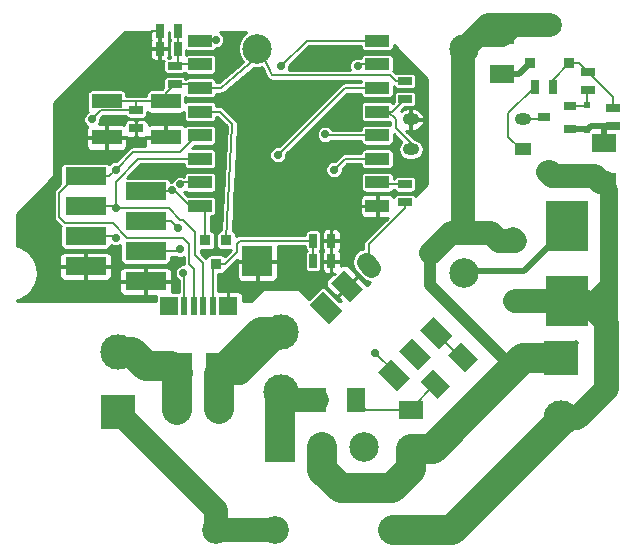
<source format=gbr>
G04 #@! TF.FileFunction,Copper,L1,Top,Signal*
%FSLAX46Y46*%
G04 Gerber Fmt 4.6, Leading zero omitted, Abs format (unit mm)*
G04 Created by KiCad (PCBNEW 4.0.0~rc1a-stable) date sam. 21 nov. 2015 23:43:41 CET*
%MOMM*%
G01*
G04 APERTURE LIST*
%ADD10C,0.150000*%
%ADD11R,3.000000X3.000000*%
%ADD12C,3.000000*%
%ADD13C,2.500000*%
%ADD14R,2.500000X2.500000*%
%ADD15R,3.497580X1.498600*%
%ADD16R,2.400000X3.480000*%
%ADD17R,1.500000X1.600000*%
%ADD18R,0.500000X1.600000*%
%ADD19R,2.032000X1.524000*%
%ADD20R,1.524000X2.032000*%
%ADD21R,0.635000X1.143000*%
%ADD22R,1.143000X0.635000*%
%ADD23R,3.556000X4.191000*%
%ADD24C,1.574800*%
%ADD25C,1.600000*%
%ADD26R,1.400000X1.000000*%
%ADD27O,1.400000X1.000000*%
%ADD28C,2.000000*%
%ADD29R,2.540000X1.270000*%
%ADD30R,0.914400X0.914400*%
%ADD31R,1.000760X0.800100*%
%ADD32R,0.599440X0.599440*%
%ADD33R,0.850900X0.850900*%
%ADD34R,2.000000X1.000000*%
%ADD35C,2.349500*%
%ADD36C,0.700000*%
%ADD37C,0.200000*%
%ADD38C,2.500000*%
%ADD39C,2.000000*%
%ADD40C,0.500000*%
%ADD41C,1.000000*%
%ADD42C,1.500000*%
%ADD43C,0.250000*%
G04 APERTURE END LIST*
D10*
D11*
X51250000Y-76790000D03*
D12*
X51250000Y-71710000D03*
D13*
X63000000Y-46000000D03*
D14*
X63000000Y-64000000D03*
D13*
X80500000Y-65000000D03*
X80500000Y-46000000D03*
D15*
X53540000Y-65695000D03*
X48460000Y-64425000D03*
X53540000Y-63155000D03*
X48460000Y-61885000D03*
X53540000Y-60615000D03*
X48460000Y-59345000D03*
X53540000Y-58075000D03*
X48460000Y-56805000D03*
D16*
X56259000Y-73440000D03*
X59819000Y-73440000D03*
D17*
X60539000Y-67770000D03*
X55539000Y-67770000D03*
D18*
X58439000Y-67770000D03*
X59239000Y-67770000D03*
X57639000Y-67770000D03*
X56839000Y-67770000D03*
D19*
X83750000Y-44849000D03*
X83750000Y-48151000D03*
D10*
G36*
X80237828Y-70825331D02*
X81674669Y-72262172D01*
X80597038Y-73339803D01*
X79160197Y-71902962D01*
X80237828Y-70825331D01*
X80237828Y-70825331D01*
G37*
G36*
X77902962Y-73160197D02*
X79339803Y-74597038D01*
X78262172Y-75674669D01*
X76825331Y-74237828D01*
X77902962Y-73160197D01*
X77902962Y-73160197D01*
G37*
D20*
X71401000Y-75750000D03*
X68099000Y-75750000D03*
D19*
X76000000Y-76599000D03*
X76000000Y-79901000D03*
X92400000Y-57251000D03*
X92400000Y-53949000D03*
D21*
X67738000Y-64000000D03*
X69262000Y-64000000D03*
D22*
X75500000Y-59012000D03*
X75500000Y-57488000D03*
D21*
X67738000Y-62250000D03*
X69262000Y-62250000D03*
D22*
X52750000Y-51238000D03*
X52750000Y-52762000D03*
X93091000Y-51054000D03*
X93091000Y-52578000D03*
D21*
X88012000Y-49250000D03*
X86488000Y-49250000D03*
D12*
X65000000Y-69960000D03*
X65000000Y-75040000D03*
D23*
X89200000Y-67375000D03*
X89200000Y-61025000D03*
D24*
X72673816Y-64581714D02*
X72170922Y-64078820D01*
D10*
G36*
X70374871Y-64761319D02*
X71991317Y-66377765D01*
X70877765Y-67491317D01*
X69261319Y-65874871D01*
X70374871Y-64761319D01*
X70374871Y-64761319D01*
G37*
G36*
X68578820Y-66557370D02*
X70195266Y-68173816D01*
X69081714Y-69287368D01*
X67465268Y-67670922D01*
X68578820Y-66557370D01*
X68578820Y-66557370D01*
G37*
G36*
X74326184Y-72304734D02*
X75942630Y-73921180D01*
X74829078Y-75034732D01*
X73212632Y-73418286D01*
X74326184Y-72304734D01*
X74326184Y-72304734D01*
G37*
G36*
X76122235Y-70508683D02*
X77738681Y-72125129D01*
X76625129Y-73238681D01*
X75008683Y-71622235D01*
X76122235Y-70508683D01*
X76122235Y-70508683D01*
G37*
G36*
X77918286Y-68712632D02*
X79534732Y-70329078D01*
X78421180Y-71442630D01*
X76804734Y-69826184D01*
X77918286Y-68712632D01*
X77918286Y-68712632D01*
G37*
D25*
X84800000Y-67340000D03*
X84800000Y-62260000D03*
D26*
X85500000Y-54540000D03*
D27*
X85500000Y-52000000D03*
X76000000Y-52000000D03*
X76000000Y-54540000D03*
D28*
X87800000Y-56450000D03*
X87800000Y-43970000D03*
D29*
X50250000Y-50476000D03*
X50250000Y-53524000D03*
X55250000Y-50476000D03*
X55250000Y-53524000D03*
D11*
X88750000Y-72210000D03*
D12*
X88750000Y-77290000D03*
D30*
X58611000Y-62234000D03*
X60389000Y-62234000D03*
X59500000Y-64266000D03*
D31*
X87292180Y-51816000D03*
X89491820Y-50863500D03*
X89491820Y-52768500D03*
D22*
X56000000Y-49012000D03*
X56000000Y-47488000D03*
D21*
X56262000Y-44500000D03*
X54738000Y-44500000D03*
X56262000Y-46000000D03*
X54738000Y-46000000D03*
D32*
X90932000Y-50766980D03*
X90932000Y-52865020D03*
D33*
X86076140Y-47250000D03*
X89423860Y-47250000D03*
D22*
X91000000Y-47988000D03*
X91000000Y-49512000D03*
X75500000Y-48738000D03*
X75500000Y-50262000D03*
D34*
X58159000Y-45324000D03*
X58159000Y-47324000D03*
X58159000Y-49324000D03*
X58159000Y-51324000D03*
X58159000Y-53324000D03*
X58159000Y-55324000D03*
X58159000Y-57324000D03*
X58159000Y-59324000D03*
X73159000Y-59324000D03*
X73159000Y-57324000D03*
X73159000Y-55324000D03*
X73159000Y-53324000D03*
X73159000Y-51324000D03*
X73159000Y-49324000D03*
X73159000Y-47324000D03*
X73159000Y-45324000D03*
D14*
X64944000Y-79750000D03*
D13*
X72056000Y-79750000D03*
X68500000Y-79750000D03*
D35*
X74501260Y-86750000D03*
X79499980Y-86750000D03*
X64498740Y-86750000D03*
X59500020Y-86750000D03*
D36*
X49000000Y-52000000D03*
X55750000Y-58000000D03*
D28*
X56200000Y-76600000D03*
X59750000Y-76550000D03*
D36*
X56300000Y-61200000D03*
X68750000Y-53250000D03*
X51000000Y-59500000D03*
X51000000Y-62000000D03*
X56500000Y-57500000D03*
X71500000Y-47500000D03*
X65000000Y-47500000D03*
X56500000Y-63000000D03*
X64750000Y-55000000D03*
X56750000Y-65000000D03*
X69500000Y-56250000D03*
X51000000Y-56250000D03*
X59500000Y-45250000D03*
X53300000Y-45700000D03*
X71000000Y-59500000D03*
X48000000Y-53500000D03*
X62000000Y-51500000D03*
X51000000Y-64500000D03*
X73000000Y-71750000D03*
D37*
X52750000Y-51238000D02*
X49762000Y-51238000D01*
X49762000Y-51238000D02*
X49000000Y-52000000D01*
X58611000Y-62234000D02*
X58611000Y-59776000D01*
X58611000Y-59776000D02*
X58159000Y-59324000D01*
X56000000Y-49012000D02*
X57847000Y-49012000D01*
X57847000Y-49012000D02*
X58159000Y-49324000D01*
X55250000Y-50476000D02*
X55250000Y-49762000D01*
X55250000Y-49762000D02*
X56000000Y-49012000D01*
X56000000Y-58075000D02*
X55825000Y-58075000D01*
X55825000Y-58075000D02*
X55750000Y-58000000D01*
X53540000Y-58075000D02*
X56000000Y-58075000D01*
X56000000Y-58075000D02*
X56075000Y-58075000D01*
X56075000Y-58075000D02*
X57324000Y-59324000D01*
X57324000Y-59324000D02*
X58159000Y-59324000D01*
X75500000Y-48738000D02*
X74738000Y-48738000D01*
X74738000Y-48738000D02*
X74250000Y-48250000D01*
X74250000Y-48250000D02*
X64250000Y-48250000D01*
X52750000Y-51238000D02*
X52750000Y-50476000D01*
X52750000Y-50476000D02*
X52750000Y-50500000D01*
X52750000Y-50500000D02*
X52750000Y-50476000D01*
X55250000Y-50476000D02*
X52750000Y-50476000D01*
X52750000Y-50476000D02*
X50250000Y-50476000D01*
X58159000Y-49324000D02*
X59926000Y-49324000D01*
X64250000Y-48250000D02*
X63000000Y-45500000D01*
X63000000Y-46750000D02*
X63000000Y-45500000D01*
X59926000Y-49324000D02*
X63000000Y-46750000D01*
D38*
X64944000Y-79750000D02*
X64944000Y-75096000D01*
X64944000Y-75096000D02*
X65000000Y-75040000D01*
D39*
X64944000Y-79750000D02*
X64944000Y-75096000D01*
X64944000Y-75096000D02*
X65000000Y-75040000D01*
X68099000Y-75750000D02*
X65710000Y-75750000D01*
X65710000Y-75750000D02*
X65000000Y-75040000D01*
D40*
X83750000Y-48151000D02*
X85175140Y-48151000D01*
X85175140Y-48151000D02*
X86076140Y-47250000D01*
X92400000Y-52578000D02*
X92400000Y-53949000D01*
X93091000Y-52578000D02*
X92400000Y-52578000D01*
X92400000Y-52578000D02*
X91219020Y-52578000D01*
X91219020Y-52578000D02*
X90932000Y-52865020D01*
X89491820Y-52768500D02*
X90835480Y-52768500D01*
X90835480Y-52768500D02*
X90932000Y-52865020D01*
D38*
X51250000Y-71710000D02*
X52410000Y-71710000D01*
X52410000Y-71710000D02*
X53550000Y-72850000D01*
X53550000Y-72850000D02*
X55669000Y-72850000D01*
X55669000Y-72850000D02*
X56259000Y-73440000D01*
X56200000Y-73381000D02*
X56200000Y-76600000D01*
D39*
X59500020Y-86750000D02*
X59500020Y-85040020D01*
X59500020Y-85040020D02*
X51250000Y-76790000D01*
X59500000Y-86750000D02*
X64500000Y-86750000D01*
D38*
X88750000Y-72210000D02*
X85540000Y-72210000D01*
X77849000Y-79901000D02*
X76000000Y-79901000D01*
X85540000Y-72210000D02*
X77849000Y-79901000D01*
X76000000Y-79901000D02*
X76000000Y-81600000D01*
X76000000Y-81600000D02*
X74400000Y-83200000D01*
X74400000Y-83200000D02*
X70050000Y-83200000D01*
X70050000Y-83200000D02*
X68500000Y-81650000D01*
X68500000Y-81650000D02*
X68500000Y-79750000D01*
X76000000Y-79901000D02*
X77349000Y-79901000D01*
D39*
X80400000Y-61600000D02*
X80400000Y-46100000D01*
X80400000Y-46100000D02*
X80500000Y-46000000D01*
X84800000Y-62260000D02*
X83460000Y-62260000D01*
X83460000Y-62260000D02*
X82800000Y-61600000D01*
X82800000Y-61600000D02*
X80400000Y-61600000D01*
X80400000Y-61600000D02*
X79400000Y-61600000D01*
X79400000Y-61600000D02*
X77700000Y-63300000D01*
X80500000Y-46000000D02*
X82530000Y-43970000D01*
X87600000Y-43970000D02*
X82530000Y-43970000D01*
X87600000Y-43970000D02*
X84629000Y-43970000D01*
X84629000Y-43970000D02*
X83750000Y-44849000D01*
X84640000Y-62100000D02*
X84800000Y-62260000D01*
D41*
X84640000Y-62100000D02*
X84800000Y-62260000D01*
X83850000Y-72250000D02*
X77600000Y-66000000D01*
X85000000Y-72250000D02*
X83850000Y-72250000D01*
X77600000Y-63400000D02*
X77700000Y-63300000D01*
X77600000Y-66000000D02*
X77600000Y-63400000D01*
X80500000Y-46000000D02*
X81651000Y-44849000D01*
D39*
X76000000Y-79901000D02*
X77349000Y-79901000D01*
X77349000Y-79901000D02*
X85000000Y-72250000D01*
D40*
X90000000Y-70960000D02*
X88750000Y-72210000D01*
D39*
X85040000Y-72210000D02*
X88750000Y-72210000D01*
X85000000Y-72250000D02*
X85040000Y-72210000D01*
X83750000Y-44849000D02*
X81651000Y-44849000D01*
X81651000Y-44849000D02*
X80500000Y-46000000D01*
D38*
X79499980Y-86750000D02*
X74501260Y-86750000D01*
X88750000Y-77290000D02*
X88750000Y-77499980D01*
X88750000Y-77499980D02*
X79499980Y-86750000D01*
D39*
X79499980Y-86750000D02*
X79499980Y-86540020D01*
X79499980Y-86540020D02*
X88750000Y-77290000D01*
X88750000Y-77290000D02*
X88750000Y-77499980D01*
X92400000Y-57251000D02*
X92051000Y-57251000D01*
X92051000Y-57251000D02*
X91600000Y-56800000D01*
X91600000Y-56800000D02*
X87950000Y-56800000D01*
X87950000Y-56800000D02*
X87600000Y-56450000D01*
D42*
X92800000Y-66000000D02*
X92800000Y-69000000D01*
X92800000Y-69000000D02*
X92600000Y-69200000D01*
X92400000Y-57251000D02*
X92400000Y-57600000D01*
X92400000Y-57600000D02*
X92800000Y-58000000D01*
X92800000Y-58000000D02*
X92800000Y-66000000D01*
X92800000Y-66000000D02*
X91425000Y-67375000D01*
X91425000Y-67375000D02*
X89200000Y-67375000D01*
D39*
X84800000Y-67340000D02*
X89165000Y-67340000D01*
X89165000Y-67340000D02*
X89200000Y-67375000D01*
X89200000Y-67375000D02*
X90775000Y-67375000D01*
X90775000Y-67375000D02*
X92600000Y-69200000D01*
X92600000Y-69200000D02*
X92600000Y-74800000D01*
X92600000Y-74800000D02*
X90110000Y-77290000D01*
D40*
X89200000Y-67375000D02*
X90375000Y-67375000D01*
X90375000Y-67375000D02*
X91800000Y-68800000D01*
X91800000Y-68800000D02*
X91800000Y-75200000D01*
X91800000Y-75200000D02*
X89710000Y-77290000D01*
X89710000Y-77290000D02*
X88750000Y-77290000D01*
X90000000Y-67375000D02*
X84835000Y-67375000D01*
X84835000Y-67375000D02*
X84800000Y-67340000D01*
D39*
X89667000Y-67375000D02*
X90000000Y-67375000D01*
D40*
X90000000Y-67375000D02*
X89807000Y-67375000D01*
D39*
X74500000Y-86750000D02*
X79500000Y-86750000D01*
D38*
X59750000Y-76550000D02*
X59750000Y-76500000D01*
X59750000Y-76500000D02*
X59750000Y-73509000D01*
X59750000Y-73509000D02*
X63299000Y-69960000D01*
X63299000Y-69960000D02*
X65000000Y-69960000D01*
D39*
X59819000Y-73440000D02*
X59819000Y-73181000D01*
X59819000Y-73181000D02*
X61000000Y-72000000D01*
X61000000Y-72000000D02*
X63000000Y-72000000D01*
X59819000Y-73440000D02*
X59819000Y-76431000D01*
X59819000Y-76431000D02*
X59750000Y-76500000D01*
X65000000Y-69960000D02*
X65000000Y-70000000D01*
X65000000Y-70000000D02*
X63000000Y-72000000D01*
X63000000Y-72000000D02*
X61560000Y-73440000D01*
X61560000Y-73440000D02*
X59819000Y-73440000D01*
X59819000Y-73440000D02*
X60810000Y-73440000D01*
X60810000Y-73440000D02*
X64290000Y-69960000D01*
X64290000Y-69960000D02*
X65000000Y-69960000D01*
D37*
X56262000Y-44500000D02*
X56262000Y-46000000D01*
X56262000Y-46000000D02*
X56262000Y-47226000D01*
X56262000Y-47226000D02*
X56000000Y-47488000D01*
X58159000Y-47324000D02*
X56164000Y-47324000D01*
X56164000Y-47324000D02*
X56000000Y-47488000D01*
X60389000Y-62234000D02*
X60889000Y-52389000D01*
X60889000Y-52389000D02*
X59824000Y-51324000D01*
X58159000Y-51324000D02*
X59824000Y-51324000D01*
X53540000Y-60615000D02*
X55715000Y-60615000D01*
X55715000Y-60615000D02*
X56300000Y-61200000D01*
X68750000Y-53250000D02*
X68824000Y-53324000D01*
X68824000Y-53324000D02*
X73159000Y-53324000D01*
X58439000Y-67770000D02*
X58439000Y-64189000D01*
X57750000Y-61500000D02*
X56750000Y-60500000D01*
X57750000Y-63500000D02*
X57750000Y-61500000D01*
X58439000Y-64189000D02*
X57750000Y-63500000D01*
X51000000Y-59500000D02*
X55500000Y-59500000D01*
X55500000Y-59500000D02*
X56500000Y-60500000D01*
X56500000Y-60500000D02*
X56750000Y-60500000D01*
X58159000Y-55324000D02*
X52926000Y-55324000D01*
X52926000Y-55324000D02*
X51000000Y-57250000D01*
X51000000Y-57250000D02*
X51000000Y-59500000D01*
X51000000Y-59345000D02*
X51000000Y-59500000D01*
X51000000Y-59345000D02*
X48460000Y-59345000D01*
X51000000Y-62000000D02*
X50885000Y-61885000D01*
X50885000Y-61885000D02*
X48460000Y-61885000D01*
X58159000Y-57324000D02*
X56676000Y-57324000D01*
X56676000Y-57324000D02*
X56500000Y-57500000D01*
X71676000Y-47324000D02*
X73159000Y-47324000D01*
X71500000Y-47500000D02*
X71676000Y-47324000D01*
X67176000Y-45324000D02*
X73159000Y-45324000D01*
X65000000Y-47500000D02*
X67176000Y-45324000D01*
X73159000Y-49324000D02*
X70426000Y-49324000D01*
X56345000Y-63155000D02*
X53540000Y-63155000D01*
X56500000Y-63000000D02*
X56345000Y-63155000D01*
X70426000Y-49324000D02*
X64750000Y-55000000D01*
X73159000Y-55324000D02*
X70426000Y-55324000D01*
X56839000Y-65089000D02*
X56839000Y-67770000D01*
X56750000Y-65000000D02*
X56839000Y-65089000D01*
X70426000Y-55324000D02*
X69500000Y-56250000D01*
X57639000Y-67770000D02*
X57639000Y-64639000D01*
X57250000Y-62500000D02*
X56750000Y-62000000D01*
X57250000Y-64250000D02*
X57250000Y-62500000D01*
X57639000Y-64639000D02*
X57250000Y-64250000D01*
X47695000Y-56805000D02*
X48460000Y-56805000D01*
X56750000Y-62000000D02*
X52000000Y-62000000D01*
X52000000Y-62000000D02*
X50750000Y-60750000D01*
X50750000Y-60750000D02*
X46750000Y-60750000D01*
X46750000Y-60750000D02*
X46250000Y-60250000D01*
X46250000Y-60250000D02*
X46250000Y-58250000D01*
X46250000Y-58250000D02*
X47695000Y-56805000D01*
X58159000Y-53324000D02*
X57926000Y-53324000D01*
X57926000Y-53324000D02*
X56500000Y-54750000D01*
X56500000Y-54750000D02*
X52500000Y-54750000D01*
X52500000Y-54750000D02*
X51000000Y-56250000D01*
X48460000Y-56805000D02*
X50445000Y-56805000D01*
X50445000Y-56805000D02*
X51000000Y-56250000D01*
X75500000Y-57488000D02*
X73323000Y-57488000D01*
X73323000Y-57488000D02*
X73159000Y-57324000D01*
X59500000Y-45250000D02*
X59426000Y-45324000D01*
X59426000Y-45324000D02*
X58159000Y-45324000D01*
X73159000Y-51324000D02*
X74438000Y-51324000D01*
X74438000Y-51324000D02*
X75500000Y-50262000D01*
X76000000Y-54540000D02*
X76000000Y-54000000D01*
X76000000Y-54000000D02*
X74750000Y-52750000D01*
X74750000Y-52750000D02*
X74750000Y-52000000D01*
X74750000Y-52000000D02*
X74074000Y-51324000D01*
X74074000Y-51324000D02*
X73159000Y-51324000D01*
X54738000Y-44500000D02*
X54000000Y-44500000D01*
X53600000Y-46000000D02*
X53300000Y-45700000D01*
X53600000Y-46000000D02*
X54738000Y-46000000D01*
X53300000Y-45200000D02*
X53300000Y-45700000D01*
X54000000Y-44500000D02*
X53300000Y-45200000D01*
X73159000Y-59324000D02*
X71176000Y-59324000D01*
X71176000Y-59324000D02*
X71000000Y-59500000D01*
X50250000Y-53524000D02*
X48024000Y-53524000D01*
X48024000Y-53524000D02*
X48000000Y-53500000D01*
X60539000Y-67770000D02*
X60539000Y-66461000D01*
X63000000Y-66000000D02*
X63000000Y-64000000D01*
X62500000Y-66500000D02*
X63000000Y-66000000D01*
X60578000Y-66500000D02*
X62500000Y-66500000D01*
X60539000Y-66461000D02*
X60578000Y-66500000D01*
X51000000Y-64500000D02*
X50925000Y-64425000D01*
X50925000Y-64425000D02*
X48460000Y-64425000D01*
X93091000Y-51054000D02*
X93091000Y-50079000D01*
X93091000Y-50079000D02*
X91000000Y-47988000D01*
X89423860Y-47250000D02*
X90262000Y-47250000D01*
X90262000Y-47250000D02*
X91000000Y-47988000D01*
X88012000Y-49250000D02*
X88012000Y-48661860D01*
X88012000Y-48661860D02*
X89423860Y-47250000D01*
X90932000Y-50766980D02*
X90932000Y-49580000D01*
X90932000Y-49580000D02*
X91000000Y-49512000D01*
X89491820Y-50863500D02*
X90835480Y-50863500D01*
X90835480Y-50863500D02*
X90932000Y-50766980D01*
X76000000Y-76599000D02*
X76000000Y-76500000D01*
X76000000Y-76500000D02*
X78082567Y-74417433D01*
X76000000Y-76599000D02*
X72250000Y-76599000D01*
X72250000Y-76599000D02*
X71401000Y-75750000D01*
X59500000Y-64266000D02*
X60234000Y-64266000D01*
X61500000Y-62250000D02*
X67738000Y-62250000D01*
X61250000Y-62500000D02*
X61500000Y-62250000D01*
X61250000Y-63250000D02*
X61250000Y-62500000D01*
X60234000Y-64266000D02*
X61250000Y-63250000D01*
X59239000Y-67770000D02*
X59239000Y-64527000D01*
X59239000Y-64527000D02*
X59500000Y-64266000D01*
X67738000Y-64000000D02*
X67738000Y-62250000D01*
D40*
X90000000Y-61025000D02*
X90000000Y-61200000D01*
X89789000Y-60436000D02*
X89200000Y-61025000D01*
X89200000Y-61025000D02*
X89200000Y-61200000D01*
X89200000Y-61200000D02*
X85600000Y-64800000D01*
X85600000Y-64800000D02*
X80700000Y-64800000D01*
X80700000Y-64800000D02*
X80500000Y-65000000D01*
D37*
X85500000Y-54540000D02*
X85290000Y-54540000D01*
X84250000Y-51488000D02*
X86488000Y-49250000D01*
X84250000Y-53500000D02*
X84250000Y-51488000D01*
X85290000Y-54540000D02*
X84250000Y-53500000D01*
X85500000Y-52000000D02*
X87108180Y-52000000D01*
X87108180Y-52000000D02*
X87292180Y-51816000D01*
X75500000Y-59012000D02*
X75500000Y-59500000D01*
X72422369Y-62577631D02*
X72422369Y-64330267D01*
X75500000Y-59500000D02*
X72422369Y-62577631D01*
X80417433Y-72082567D02*
X80174669Y-72082567D01*
X80174669Y-72082567D02*
X78169733Y-70077631D01*
X74669733Y-73419733D02*
X74827631Y-73419733D01*
X73000000Y-71750000D02*
X74669733Y-73419733D01*
D43*
G36*
X77375000Y-48551776D02*
X77375000Y-57448224D01*
X76365049Y-58458175D01*
X76345569Y-58427901D01*
X76220254Y-58342277D01*
X76071500Y-58312154D01*
X74928500Y-58312154D01*
X74789534Y-58338302D01*
X74661901Y-58420431D01*
X74576277Y-58545746D01*
X74570236Y-58575578D01*
X74561685Y-58554934D01*
X74428066Y-58421314D01*
X74253483Y-58349000D01*
X73302750Y-58349000D01*
X73184000Y-58467750D01*
X73184000Y-59299000D01*
X73204000Y-59299000D01*
X73204000Y-59349000D01*
X73184000Y-59349000D01*
X73184000Y-60180250D01*
X73302750Y-60299000D01*
X74029249Y-60299000D01*
X72086493Y-62241755D01*
X71983526Y-62395856D01*
X71947369Y-62577631D01*
X71947369Y-62935675D01*
X71705061Y-62983873D01*
X71327952Y-63235850D01*
X71075975Y-63612959D01*
X70987493Y-64057791D01*
X71075975Y-64502623D01*
X71327952Y-64879732D01*
X71872904Y-65424684D01*
X72250014Y-65676661D01*
X72580772Y-65742452D01*
X72304264Y-66018961D01*
X71620616Y-65335313D01*
X71452678Y-65335313D01*
X70661673Y-66126318D01*
X70675816Y-66140460D01*
X70640460Y-66175816D01*
X70626318Y-66161673D01*
X69835313Y-66952678D01*
X69835313Y-67120616D01*
X70089697Y-67375000D01*
X69937168Y-67375000D01*
X68849179Y-66287011D01*
X68732426Y-66207236D01*
X68584102Y-66175060D01*
X68434946Y-66203126D01*
X68308461Y-66287011D01*
X67386124Y-67209348D01*
X66588388Y-66411612D01*
X66547037Y-66384187D01*
X66500000Y-66375000D01*
X63500000Y-66375000D01*
X63451368Y-66384848D01*
X63411612Y-66411612D01*
X62448224Y-67375000D01*
X61764000Y-67375000D01*
X61764000Y-66875516D01*
X61691685Y-66700934D01*
X61558066Y-66567314D01*
X61383483Y-66495000D01*
X60682750Y-66495000D01*
X60564000Y-66613750D01*
X60564000Y-67375000D01*
X60514000Y-67375000D01*
X60514000Y-66613750D01*
X60395250Y-66495000D01*
X59714000Y-66495000D01*
X59714000Y-65780387D01*
X68786319Y-65780387D01*
X68786319Y-65969354D01*
X68858633Y-66143936D01*
X69632020Y-66917323D01*
X69799958Y-66917323D01*
X70590963Y-66126318D01*
X70576820Y-66112176D01*
X70612176Y-66076820D01*
X70626318Y-66090963D01*
X71417323Y-65299958D01*
X71417323Y-65132020D01*
X70643936Y-64358633D01*
X70469354Y-64286319D01*
X70280387Y-64286319D01*
X70105805Y-64358634D01*
X70054500Y-64409939D01*
X70054500Y-64143750D01*
X69935750Y-64025000D01*
X69287000Y-64025000D01*
X69287000Y-64927750D01*
X69405750Y-65046500D01*
X69511142Y-65046500D01*
X69548508Y-65083866D01*
X69380573Y-65083866D01*
X68858634Y-65605805D01*
X68786319Y-65780387D01*
X59714000Y-65780387D01*
X59714000Y-65105546D01*
X59957200Y-65105546D01*
X60096166Y-65079398D01*
X60223799Y-64997269D01*
X60309423Y-64871954D01*
X60339546Y-64723200D01*
X60339546Y-64720006D01*
X60415775Y-64704843D01*
X60569876Y-64601876D01*
X61028002Y-64143750D01*
X61275000Y-64143750D01*
X61275000Y-65344484D01*
X61347315Y-65519066D01*
X61480934Y-65652686D01*
X61655517Y-65725000D01*
X62856250Y-65725000D01*
X62975000Y-65606250D01*
X62975000Y-64025000D01*
X63025000Y-64025000D01*
X63025000Y-65606250D01*
X63143750Y-65725000D01*
X64344483Y-65725000D01*
X64519066Y-65652686D01*
X64652685Y-65519066D01*
X64725000Y-65344484D01*
X64725000Y-64143750D01*
X64606250Y-64025000D01*
X63025000Y-64025000D01*
X62975000Y-64025000D01*
X61393750Y-64025000D01*
X61275000Y-64143750D01*
X61028002Y-64143750D01*
X61295251Y-63876501D01*
X61393750Y-63975000D01*
X62975000Y-63975000D01*
X62975000Y-63955000D01*
X63025000Y-63955000D01*
X63025000Y-63975000D01*
X64606250Y-63975000D01*
X64725000Y-63856250D01*
X64725000Y-62725000D01*
X67038154Y-62725000D01*
X67038154Y-62821500D01*
X67064302Y-62960466D01*
X67146431Y-63088099D01*
X67200050Y-63124735D01*
X67153901Y-63154431D01*
X67068277Y-63279746D01*
X67038154Y-63428500D01*
X67038154Y-64571500D01*
X67064302Y-64710466D01*
X67146431Y-64838099D01*
X67271746Y-64923723D01*
X67420500Y-64953846D01*
X68055500Y-64953846D01*
X68194466Y-64927698D01*
X68322099Y-64845569D01*
X68407723Y-64720254D01*
X68437846Y-64571500D01*
X68437846Y-64143750D01*
X68469500Y-64143750D01*
X68469500Y-64665984D01*
X68541815Y-64840566D01*
X68675434Y-64974186D01*
X68850017Y-65046500D01*
X69118250Y-65046500D01*
X69237000Y-64927750D01*
X69237000Y-64025000D01*
X68588250Y-64025000D01*
X68469500Y-64143750D01*
X68437846Y-64143750D01*
X68437846Y-63428500D01*
X68411698Y-63289534D01*
X68329569Y-63161901D01*
X68275950Y-63125265D01*
X68322099Y-63095569D01*
X68407723Y-62970254D01*
X68437846Y-62821500D01*
X68437846Y-62393750D01*
X68469500Y-62393750D01*
X68469500Y-62915984D01*
X68541815Y-63090566D01*
X68576249Y-63125000D01*
X68541815Y-63159434D01*
X68469500Y-63334016D01*
X68469500Y-63856250D01*
X68588250Y-63975000D01*
X69237000Y-63975000D01*
X69237000Y-62275000D01*
X69287000Y-62275000D01*
X69287000Y-63975000D01*
X69935750Y-63975000D01*
X70054500Y-63856250D01*
X70054500Y-63334016D01*
X69982185Y-63159434D01*
X69947751Y-63125000D01*
X69982185Y-63090566D01*
X70054500Y-62915984D01*
X70054500Y-62393750D01*
X69935750Y-62275000D01*
X69287000Y-62275000D01*
X69237000Y-62275000D01*
X68588250Y-62275000D01*
X68469500Y-62393750D01*
X68437846Y-62393750D01*
X68437846Y-61678500D01*
X68420068Y-61584016D01*
X68469500Y-61584016D01*
X68469500Y-62106250D01*
X68588250Y-62225000D01*
X69237000Y-62225000D01*
X69237000Y-61322250D01*
X69287000Y-61322250D01*
X69287000Y-62225000D01*
X69935750Y-62225000D01*
X70054500Y-62106250D01*
X70054500Y-61584016D01*
X69982185Y-61409434D01*
X69848566Y-61275814D01*
X69673983Y-61203500D01*
X69405750Y-61203500D01*
X69287000Y-61322250D01*
X69237000Y-61322250D01*
X69118250Y-61203500D01*
X68850017Y-61203500D01*
X68675434Y-61275814D01*
X68541815Y-61409434D01*
X68469500Y-61584016D01*
X68420068Y-61584016D01*
X68411698Y-61539534D01*
X68329569Y-61411901D01*
X68204254Y-61326277D01*
X68055500Y-61296154D01*
X67420500Y-61296154D01*
X67281534Y-61322302D01*
X67153901Y-61404431D01*
X67068277Y-61529746D01*
X67038154Y-61678500D01*
X67038154Y-61775000D01*
X61500000Y-61775000D01*
X61318225Y-61811157D01*
X61228546Y-61871079D01*
X61228546Y-61776800D01*
X61202398Y-61637834D01*
X61120269Y-61510201D01*
X60994954Y-61424577D01*
X60906629Y-61406691D01*
X61005102Y-59467750D01*
X71684000Y-59467750D01*
X71684000Y-59918484D01*
X71756315Y-60093066D01*
X71889934Y-60226686D01*
X72064517Y-60299000D01*
X73015250Y-60299000D01*
X73134000Y-60180250D01*
X73134000Y-59349000D01*
X71802750Y-59349000D01*
X71684000Y-59467750D01*
X61005102Y-59467750D01*
X61042594Y-58729516D01*
X71684000Y-58729516D01*
X71684000Y-59180250D01*
X71802750Y-59299000D01*
X73134000Y-59299000D01*
X73134000Y-58467750D01*
X73015250Y-58349000D01*
X72064517Y-58349000D01*
X71889934Y-58421314D01*
X71756315Y-58554934D01*
X71684000Y-58729516D01*
X61042594Y-58729516D01*
X61161231Y-56393579D01*
X68774874Y-56393579D01*
X68885016Y-56660143D01*
X69088784Y-56864267D01*
X69355156Y-56974874D01*
X69643579Y-56975126D01*
X69910143Y-56864984D01*
X69951198Y-56824000D01*
X71776654Y-56824000D01*
X71776654Y-57824000D01*
X71802802Y-57962966D01*
X71884931Y-58090599D01*
X72010246Y-58176223D01*
X72159000Y-58206346D01*
X74159000Y-58206346D01*
X74297966Y-58180198D01*
X74425599Y-58098069D01*
X74511223Y-57972754D01*
X74513198Y-57963000D01*
X74584228Y-57963000D01*
X74654431Y-58072099D01*
X74779746Y-58157723D01*
X74928500Y-58187846D01*
X76071500Y-58187846D01*
X76210466Y-58161698D01*
X76338099Y-58079569D01*
X76423723Y-57954254D01*
X76453846Y-57805500D01*
X76453846Y-57170500D01*
X76427698Y-57031534D01*
X76345569Y-56903901D01*
X76220254Y-56818277D01*
X76071500Y-56788154D01*
X74928500Y-56788154D01*
X74789534Y-56814302D01*
X74661901Y-56896431D01*
X74582253Y-57013000D01*
X74541346Y-57013000D01*
X74541346Y-56824000D01*
X74515198Y-56685034D01*
X74433069Y-56557401D01*
X74307754Y-56471777D01*
X74159000Y-56441654D01*
X72159000Y-56441654D01*
X72020034Y-56467802D01*
X71892401Y-56549931D01*
X71806777Y-56675246D01*
X71776654Y-56824000D01*
X69951198Y-56824000D01*
X70114267Y-56661216D01*
X70224874Y-56394844D01*
X70225047Y-56196705D01*
X70622752Y-55799000D01*
X71776654Y-55799000D01*
X71776654Y-55824000D01*
X71802802Y-55962966D01*
X71884931Y-56090599D01*
X72010246Y-56176223D01*
X72159000Y-56206346D01*
X74159000Y-56206346D01*
X74297966Y-56180198D01*
X74425599Y-56098069D01*
X74511223Y-55972754D01*
X74541346Y-55824000D01*
X74541346Y-54824000D01*
X74515198Y-54685034D01*
X74433069Y-54557401D01*
X74307754Y-54471777D01*
X74159000Y-54441654D01*
X72159000Y-54441654D01*
X72020034Y-54467802D01*
X71892401Y-54549931D01*
X71806777Y-54675246D01*
X71776654Y-54824000D01*
X71776654Y-54849000D01*
X70426005Y-54849000D01*
X70426000Y-54848999D01*
X70296052Y-54874848D01*
X70244225Y-54885157D01*
X70104014Y-54978843D01*
X70090124Y-54988124D01*
X69553202Y-55525046D01*
X69356421Y-55524874D01*
X69089857Y-55635016D01*
X68885733Y-55838784D01*
X68775126Y-56105156D01*
X68774874Y-56393579D01*
X61161231Y-56393579D01*
X61363389Y-52413092D01*
X61361615Y-52400992D01*
X61364000Y-52389000D01*
X61348229Y-52309712D01*
X61336498Y-52229718D01*
X61330229Y-52219219D01*
X61327843Y-52207225D01*
X61282933Y-52140013D01*
X61241480Y-52070592D01*
X61231667Y-52063289D01*
X61224875Y-52053124D01*
X60159876Y-50988124D01*
X60005775Y-50885157D01*
X59824000Y-50849000D01*
X59541346Y-50849000D01*
X59541346Y-50824000D01*
X59515198Y-50685034D01*
X59433069Y-50557401D01*
X59307754Y-50471777D01*
X59159000Y-50441654D01*
X57159000Y-50441654D01*
X57020034Y-50467802D01*
X56902346Y-50543532D01*
X56902346Y-50102498D01*
X57010246Y-50176223D01*
X57159000Y-50206346D01*
X59159000Y-50206346D01*
X59297966Y-50180198D01*
X59425599Y-50098069D01*
X59511223Y-49972754D01*
X59541346Y-49824000D01*
X59541346Y-49799000D01*
X59926000Y-49799000D01*
X59996698Y-49784937D01*
X60068368Y-49777163D01*
X60086973Y-49766981D01*
X60107775Y-49762843D01*
X60167718Y-49722790D01*
X60230949Y-49688185D01*
X62695225Y-47624735D01*
X63321814Y-47625282D01*
X63424907Y-47582685D01*
X63817576Y-48446556D01*
X63867024Y-48515385D01*
X63914124Y-48585876D01*
X63920934Y-48590426D01*
X63925711Y-48597076D01*
X63997737Y-48641744D01*
X64068225Y-48688843D01*
X64076258Y-48690441D01*
X64083216Y-48694756D01*
X64166863Y-48708463D01*
X64250000Y-48725000D01*
X71796702Y-48725000D01*
X71776654Y-48824000D01*
X71776654Y-48849000D01*
X70426000Y-48849000D01*
X70244225Y-48885157D01*
X70090124Y-48988124D01*
X64803202Y-54275046D01*
X64606421Y-54274874D01*
X64339857Y-54385016D01*
X64135733Y-54588784D01*
X64025126Y-54855156D01*
X64024874Y-55143579D01*
X64135016Y-55410143D01*
X64338784Y-55614267D01*
X64605156Y-55724874D01*
X64893579Y-55725126D01*
X65160143Y-55614984D01*
X65364267Y-55411216D01*
X65474874Y-55144844D01*
X65475047Y-54946705D01*
X67028173Y-53393579D01*
X68024874Y-53393579D01*
X68135016Y-53660143D01*
X68338784Y-53864267D01*
X68605156Y-53974874D01*
X68893579Y-53975126D01*
X69160143Y-53864984D01*
X69226242Y-53799000D01*
X71776654Y-53799000D01*
X71776654Y-53824000D01*
X71802802Y-53962966D01*
X71884931Y-54090599D01*
X72010246Y-54176223D01*
X72159000Y-54206346D01*
X74159000Y-54206346D01*
X74297966Y-54180198D01*
X74425599Y-54098069D01*
X74511223Y-53972754D01*
X74541346Y-53824000D01*
X74541346Y-53213098D01*
X75213758Y-53885510D01*
X75160222Y-53921282D01*
X74970545Y-54205152D01*
X74903940Y-54540000D01*
X74970545Y-54874848D01*
X75160222Y-55158718D01*
X75444092Y-55348395D01*
X75778940Y-55415000D01*
X76221060Y-55415000D01*
X76555908Y-55348395D01*
X76839778Y-55158718D01*
X77029455Y-54874848D01*
X77096060Y-54540000D01*
X77029455Y-54205152D01*
X76839778Y-53921282D01*
X76555908Y-53731605D01*
X76354150Y-53691473D01*
X76335876Y-53664124D01*
X75609368Y-52937616D01*
X75775000Y-52975000D01*
X75975000Y-52975000D01*
X75975000Y-52025000D01*
X76025000Y-52025000D01*
X76025000Y-52975000D01*
X76225000Y-52975000D01*
X76596213Y-52891215D01*
X76907106Y-52671751D01*
X77110349Y-52350019D01*
X77158768Y-52177166D01*
X77055885Y-52025000D01*
X76025000Y-52025000D01*
X75975000Y-52025000D01*
X75955000Y-52025000D01*
X75955000Y-51975000D01*
X75975000Y-51975000D01*
X75975000Y-51025000D01*
X76025000Y-51025000D01*
X76025000Y-51975000D01*
X77055885Y-51975000D01*
X77158768Y-51822834D01*
X77110349Y-51649981D01*
X76907106Y-51328249D01*
X76596213Y-51108785D01*
X76225000Y-51025000D01*
X76025000Y-51025000D01*
X75975000Y-51025000D01*
X75775000Y-51025000D01*
X75403787Y-51108785D01*
X75135769Y-51297983D01*
X75471906Y-50961846D01*
X76071500Y-50961846D01*
X76210466Y-50935698D01*
X76338099Y-50853569D01*
X76423723Y-50728254D01*
X76453846Y-50579500D01*
X76453846Y-49944500D01*
X76427698Y-49805534D01*
X76345569Y-49677901D01*
X76220254Y-49592277D01*
X76071500Y-49562154D01*
X74928500Y-49562154D01*
X74789534Y-49588302D01*
X74661901Y-49670431D01*
X74576277Y-49795746D01*
X74546154Y-49944500D01*
X74546154Y-50544094D01*
X74472136Y-50618112D01*
X74433069Y-50557401D01*
X74307754Y-50471777D01*
X74159000Y-50441654D01*
X72159000Y-50441654D01*
X72020034Y-50467802D01*
X71892401Y-50549931D01*
X71806777Y-50675246D01*
X71776654Y-50824000D01*
X71776654Y-51824000D01*
X71802802Y-51962966D01*
X71884931Y-52090599D01*
X72010246Y-52176223D01*
X72159000Y-52206346D01*
X74159000Y-52206346D01*
X74264705Y-52186456D01*
X74275000Y-52196751D01*
X74275000Y-52465144D01*
X74159000Y-52441654D01*
X72159000Y-52441654D01*
X72020034Y-52467802D01*
X71892401Y-52549931D01*
X71806777Y-52675246D01*
X71776654Y-52824000D01*
X71776654Y-52849000D01*
X69368762Y-52849000D01*
X69364984Y-52839857D01*
X69161216Y-52635733D01*
X68894844Y-52525126D01*
X68606421Y-52524874D01*
X68339857Y-52635016D01*
X68135733Y-52838784D01*
X68025126Y-53105156D01*
X68024874Y-53393579D01*
X67028173Y-53393579D01*
X70622752Y-49799000D01*
X71776654Y-49799000D01*
X71776654Y-49824000D01*
X71802802Y-49962966D01*
X71884931Y-50090599D01*
X72010246Y-50176223D01*
X72159000Y-50206346D01*
X74159000Y-50206346D01*
X74297966Y-50180198D01*
X74425599Y-50098069D01*
X74511223Y-49972754D01*
X74541346Y-49824000D01*
X74541346Y-49166901D01*
X74556225Y-49176843D01*
X74569482Y-49179480D01*
X74572302Y-49194466D01*
X74654431Y-49322099D01*
X74779746Y-49407723D01*
X74928500Y-49437846D01*
X76071500Y-49437846D01*
X76210466Y-49411698D01*
X76338099Y-49329569D01*
X76423723Y-49204254D01*
X76453846Y-49055500D01*
X76453846Y-48420500D01*
X76427698Y-48281534D01*
X76345569Y-48153901D01*
X76220254Y-48068277D01*
X76071500Y-48038154D01*
X74928500Y-48038154D01*
X74789534Y-48064302D01*
X74756993Y-48085241D01*
X74585876Y-47914124D01*
X74530578Y-47877175D01*
X74541346Y-47824000D01*
X74541346Y-46824000D01*
X74515198Y-46685034D01*
X74433069Y-46557401D01*
X74307754Y-46471777D01*
X74159000Y-46441654D01*
X72159000Y-46441654D01*
X72020034Y-46467802D01*
X71892401Y-46549931D01*
X71806777Y-46675246D01*
X71776654Y-46824000D01*
X71776654Y-46829858D01*
X71644844Y-46775126D01*
X71356421Y-46774874D01*
X71089857Y-46885016D01*
X70885733Y-47088784D01*
X70775126Y-47355156D01*
X70774874Y-47643579D01*
X70829176Y-47775000D01*
X65670829Y-47775000D01*
X65724874Y-47644844D01*
X65725047Y-47446705D01*
X67372752Y-45799000D01*
X71776654Y-45799000D01*
X71776654Y-45824000D01*
X71802802Y-45962966D01*
X71884931Y-46090599D01*
X72010246Y-46176223D01*
X72159000Y-46206346D01*
X74159000Y-46206346D01*
X74297966Y-46180198D01*
X74425599Y-46098069D01*
X74511223Y-45972754D01*
X74541346Y-45824000D01*
X74541346Y-45718122D01*
X77375000Y-48551776D01*
X77375000Y-48551776D01*
G37*
X77375000Y-48551776D02*
X77375000Y-57448224D01*
X76365049Y-58458175D01*
X76345569Y-58427901D01*
X76220254Y-58342277D01*
X76071500Y-58312154D01*
X74928500Y-58312154D01*
X74789534Y-58338302D01*
X74661901Y-58420431D01*
X74576277Y-58545746D01*
X74570236Y-58575578D01*
X74561685Y-58554934D01*
X74428066Y-58421314D01*
X74253483Y-58349000D01*
X73302750Y-58349000D01*
X73184000Y-58467750D01*
X73184000Y-59299000D01*
X73204000Y-59299000D01*
X73204000Y-59349000D01*
X73184000Y-59349000D01*
X73184000Y-60180250D01*
X73302750Y-60299000D01*
X74029249Y-60299000D01*
X72086493Y-62241755D01*
X71983526Y-62395856D01*
X71947369Y-62577631D01*
X71947369Y-62935675D01*
X71705061Y-62983873D01*
X71327952Y-63235850D01*
X71075975Y-63612959D01*
X70987493Y-64057791D01*
X71075975Y-64502623D01*
X71327952Y-64879732D01*
X71872904Y-65424684D01*
X72250014Y-65676661D01*
X72580772Y-65742452D01*
X72304264Y-66018961D01*
X71620616Y-65335313D01*
X71452678Y-65335313D01*
X70661673Y-66126318D01*
X70675816Y-66140460D01*
X70640460Y-66175816D01*
X70626318Y-66161673D01*
X69835313Y-66952678D01*
X69835313Y-67120616D01*
X70089697Y-67375000D01*
X69937168Y-67375000D01*
X68849179Y-66287011D01*
X68732426Y-66207236D01*
X68584102Y-66175060D01*
X68434946Y-66203126D01*
X68308461Y-66287011D01*
X67386124Y-67209348D01*
X66588388Y-66411612D01*
X66547037Y-66384187D01*
X66500000Y-66375000D01*
X63500000Y-66375000D01*
X63451368Y-66384848D01*
X63411612Y-66411612D01*
X62448224Y-67375000D01*
X61764000Y-67375000D01*
X61764000Y-66875516D01*
X61691685Y-66700934D01*
X61558066Y-66567314D01*
X61383483Y-66495000D01*
X60682750Y-66495000D01*
X60564000Y-66613750D01*
X60564000Y-67375000D01*
X60514000Y-67375000D01*
X60514000Y-66613750D01*
X60395250Y-66495000D01*
X59714000Y-66495000D01*
X59714000Y-65780387D01*
X68786319Y-65780387D01*
X68786319Y-65969354D01*
X68858633Y-66143936D01*
X69632020Y-66917323D01*
X69799958Y-66917323D01*
X70590963Y-66126318D01*
X70576820Y-66112176D01*
X70612176Y-66076820D01*
X70626318Y-66090963D01*
X71417323Y-65299958D01*
X71417323Y-65132020D01*
X70643936Y-64358633D01*
X70469354Y-64286319D01*
X70280387Y-64286319D01*
X70105805Y-64358634D01*
X70054500Y-64409939D01*
X70054500Y-64143750D01*
X69935750Y-64025000D01*
X69287000Y-64025000D01*
X69287000Y-64927750D01*
X69405750Y-65046500D01*
X69511142Y-65046500D01*
X69548508Y-65083866D01*
X69380573Y-65083866D01*
X68858634Y-65605805D01*
X68786319Y-65780387D01*
X59714000Y-65780387D01*
X59714000Y-65105546D01*
X59957200Y-65105546D01*
X60096166Y-65079398D01*
X60223799Y-64997269D01*
X60309423Y-64871954D01*
X60339546Y-64723200D01*
X60339546Y-64720006D01*
X60415775Y-64704843D01*
X60569876Y-64601876D01*
X61028002Y-64143750D01*
X61275000Y-64143750D01*
X61275000Y-65344484D01*
X61347315Y-65519066D01*
X61480934Y-65652686D01*
X61655517Y-65725000D01*
X62856250Y-65725000D01*
X62975000Y-65606250D01*
X62975000Y-64025000D01*
X63025000Y-64025000D01*
X63025000Y-65606250D01*
X63143750Y-65725000D01*
X64344483Y-65725000D01*
X64519066Y-65652686D01*
X64652685Y-65519066D01*
X64725000Y-65344484D01*
X64725000Y-64143750D01*
X64606250Y-64025000D01*
X63025000Y-64025000D01*
X62975000Y-64025000D01*
X61393750Y-64025000D01*
X61275000Y-64143750D01*
X61028002Y-64143750D01*
X61295251Y-63876501D01*
X61393750Y-63975000D01*
X62975000Y-63975000D01*
X62975000Y-63955000D01*
X63025000Y-63955000D01*
X63025000Y-63975000D01*
X64606250Y-63975000D01*
X64725000Y-63856250D01*
X64725000Y-62725000D01*
X67038154Y-62725000D01*
X67038154Y-62821500D01*
X67064302Y-62960466D01*
X67146431Y-63088099D01*
X67200050Y-63124735D01*
X67153901Y-63154431D01*
X67068277Y-63279746D01*
X67038154Y-63428500D01*
X67038154Y-64571500D01*
X67064302Y-64710466D01*
X67146431Y-64838099D01*
X67271746Y-64923723D01*
X67420500Y-64953846D01*
X68055500Y-64953846D01*
X68194466Y-64927698D01*
X68322099Y-64845569D01*
X68407723Y-64720254D01*
X68437846Y-64571500D01*
X68437846Y-64143750D01*
X68469500Y-64143750D01*
X68469500Y-64665984D01*
X68541815Y-64840566D01*
X68675434Y-64974186D01*
X68850017Y-65046500D01*
X69118250Y-65046500D01*
X69237000Y-64927750D01*
X69237000Y-64025000D01*
X68588250Y-64025000D01*
X68469500Y-64143750D01*
X68437846Y-64143750D01*
X68437846Y-63428500D01*
X68411698Y-63289534D01*
X68329569Y-63161901D01*
X68275950Y-63125265D01*
X68322099Y-63095569D01*
X68407723Y-62970254D01*
X68437846Y-62821500D01*
X68437846Y-62393750D01*
X68469500Y-62393750D01*
X68469500Y-62915984D01*
X68541815Y-63090566D01*
X68576249Y-63125000D01*
X68541815Y-63159434D01*
X68469500Y-63334016D01*
X68469500Y-63856250D01*
X68588250Y-63975000D01*
X69237000Y-63975000D01*
X69237000Y-62275000D01*
X69287000Y-62275000D01*
X69287000Y-63975000D01*
X69935750Y-63975000D01*
X70054500Y-63856250D01*
X70054500Y-63334016D01*
X69982185Y-63159434D01*
X69947751Y-63125000D01*
X69982185Y-63090566D01*
X70054500Y-62915984D01*
X70054500Y-62393750D01*
X69935750Y-62275000D01*
X69287000Y-62275000D01*
X69237000Y-62275000D01*
X68588250Y-62275000D01*
X68469500Y-62393750D01*
X68437846Y-62393750D01*
X68437846Y-61678500D01*
X68420068Y-61584016D01*
X68469500Y-61584016D01*
X68469500Y-62106250D01*
X68588250Y-62225000D01*
X69237000Y-62225000D01*
X69237000Y-61322250D01*
X69287000Y-61322250D01*
X69287000Y-62225000D01*
X69935750Y-62225000D01*
X70054500Y-62106250D01*
X70054500Y-61584016D01*
X69982185Y-61409434D01*
X69848566Y-61275814D01*
X69673983Y-61203500D01*
X69405750Y-61203500D01*
X69287000Y-61322250D01*
X69237000Y-61322250D01*
X69118250Y-61203500D01*
X68850017Y-61203500D01*
X68675434Y-61275814D01*
X68541815Y-61409434D01*
X68469500Y-61584016D01*
X68420068Y-61584016D01*
X68411698Y-61539534D01*
X68329569Y-61411901D01*
X68204254Y-61326277D01*
X68055500Y-61296154D01*
X67420500Y-61296154D01*
X67281534Y-61322302D01*
X67153901Y-61404431D01*
X67068277Y-61529746D01*
X67038154Y-61678500D01*
X67038154Y-61775000D01*
X61500000Y-61775000D01*
X61318225Y-61811157D01*
X61228546Y-61871079D01*
X61228546Y-61776800D01*
X61202398Y-61637834D01*
X61120269Y-61510201D01*
X60994954Y-61424577D01*
X60906629Y-61406691D01*
X61005102Y-59467750D01*
X71684000Y-59467750D01*
X71684000Y-59918484D01*
X71756315Y-60093066D01*
X71889934Y-60226686D01*
X72064517Y-60299000D01*
X73015250Y-60299000D01*
X73134000Y-60180250D01*
X73134000Y-59349000D01*
X71802750Y-59349000D01*
X71684000Y-59467750D01*
X61005102Y-59467750D01*
X61042594Y-58729516D01*
X71684000Y-58729516D01*
X71684000Y-59180250D01*
X71802750Y-59299000D01*
X73134000Y-59299000D01*
X73134000Y-58467750D01*
X73015250Y-58349000D01*
X72064517Y-58349000D01*
X71889934Y-58421314D01*
X71756315Y-58554934D01*
X71684000Y-58729516D01*
X61042594Y-58729516D01*
X61161231Y-56393579D01*
X68774874Y-56393579D01*
X68885016Y-56660143D01*
X69088784Y-56864267D01*
X69355156Y-56974874D01*
X69643579Y-56975126D01*
X69910143Y-56864984D01*
X69951198Y-56824000D01*
X71776654Y-56824000D01*
X71776654Y-57824000D01*
X71802802Y-57962966D01*
X71884931Y-58090599D01*
X72010246Y-58176223D01*
X72159000Y-58206346D01*
X74159000Y-58206346D01*
X74297966Y-58180198D01*
X74425599Y-58098069D01*
X74511223Y-57972754D01*
X74513198Y-57963000D01*
X74584228Y-57963000D01*
X74654431Y-58072099D01*
X74779746Y-58157723D01*
X74928500Y-58187846D01*
X76071500Y-58187846D01*
X76210466Y-58161698D01*
X76338099Y-58079569D01*
X76423723Y-57954254D01*
X76453846Y-57805500D01*
X76453846Y-57170500D01*
X76427698Y-57031534D01*
X76345569Y-56903901D01*
X76220254Y-56818277D01*
X76071500Y-56788154D01*
X74928500Y-56788154D01*
X74789534Y-56814302D01*
X74661901Y-56896431D01*
X74582253Y-57013000D01*
X74541346Y-57013000D01*
X74541346Y-56824000D01*
X74515198Y-56685034D01*
X74433069Y-56557401D01*
X74307754Y-56471777D01*
X74159000Y-56441654D01*
X72159000Y-56441654D01*
X72020034Y-56467802D01*
X71892401Y-56549931D01*
X71806777Y-56675246D01*
X71776654Y-56824000D01*
X69951198Y-56824000D01*
X70114267Y-56661216D01*
X70224874Y-56394844D01*
X70225047Y-56196705D01*
X70622752Y-55799000D01*
X71776654Y-55799000D01*
X71776654Y-55824000D01*
X71802802Y-55962966D01*
X71884931Y-56090599D01*
X72010246Y-56176223D01*
X72159000Y-56206346D01*
X74159000Y-56206346D01*
X74297966Y-56180198D01*
X74425599Y-56098069D01*
X74511223Y-55972754D01*
X74541346Y-55824000D01*
X74541346Y-54824000D01*
X74515198Y-54685034D01*
X74433069Y-54557401D01*
X74307754Y-54471777D01*
X74159000Y-54441654D01*
X72159000Y-54441654D01*
X72020034Y-54467802D01*
X71892401Y-54549931D01*
X71806777Y-54675246D01*
X71776654Y-54824000D01*
X71776654Y-54849000D01*
X70426005Y-54849000D01*
X70426000Y-54848999D01*
X70296052Y-54874848D01*
X70244225Y-54885157D01*
X70104014Y-54978843D01*
X70090124Y-54988124D01*
X69553202Y-55525046D01*
X69356421Y-55524874D01*
X69089857Y-55635016D01*
X68885733Y-55838784D01*
X68775126Y-56105156D01*
X68774874Y-56393579D01*
X61161231Y-56393579D01*
X61363389Y-52413092D01*
X61361615Y-52400992D01*
X61364000Y-52389000D01*
X61348229Y-52309712D01*
X61336498Y-52229718D01*
X61330229Y-52219219D01*
X61327843Y-52207225D01*
X61282933Y-52140013D01*
X61241480Y-52070592D01*
X61231667Y-52063289D01*
X61224875Y-52053124D01*
X60159876Y-50988124D01*
X60005775Y-50885157D01*
X59824000Y-50849000D01*
X59541346Y-50849000D01*
X59541346Y-50824000D01*
X59515198Y-50685034D01*
X59433069Y-50557401D01*
X59307754Y-50471777D01*
X59159000Y-50441654D01*
X57159000Y-50441654D01*
X57020034Y-50467802D01*
X56902346Y-50543532D01*
X56902346Y-50102498D01*
X57010246Y-50176223D01*
X57159000Y-50206346D01*
X59159000Y-50206346D01*
X59297966Y-50180198D01*
X59425599Y-50098069D01*
X59511223Y-49972754D01*
X59541346Y-49824000D01*
X59541346Y-49799000D01*
X59926000Y-49799000D01*
X59996698Y-49784937D01*
X60068368Y-49777163D01*
X60086973Y-49766981D01*
X60107775Y-49762843D01*
X60167718Y-49722790D01*
X60230949Y-49688185D01*
X62695225Y-47624735D01*
X63321814Y-47625282D01*
X63424907Y-47582685D01*
X63817576Y-48446556D01*
X63867024Y-48515385D01*
X63914124Y-48585876D01*
X63920934Y-48590426D01*
X63925711Y-48597076D01*
X63997737Y-48641744D01*
X64068225Y-48688843D01*
X64076258Y-48690441D01*
X64083216Y-48694756D01*
X64166863Y-48708463D01*
X64250000Y-48725000D01*
X71796702Y-48725000D01*
X71776654Y-48824000D01*
X71776654Y-48849000D01*
X70426000Y-48849000D01*
X70244225Y-48885157D01*
X70090124Y-48988124D01*
X64803202Y-54275046D01*
X64606421Y-54274874D01*
X64339857Y-54385016D01*
X64135733Y-54588784D01*
X64025126Y-54855156D01*
X64024874Y-55143579D01*
X64135016Y-55410143D01*
X64338784Y-55614267D01*
X64605156Y-55724874D01*
X64893579Y-55725126D01*
X65160143Y-55614984D01*
X65364267Y-55411216D01*
X65474874Y-55144844D01*
X65475047Y-54946705D01*
X67028173Y-53393579D01*
X68024874Y-53393579D01*
X68135016Y-53660143D01*
X68338784Y-53864267D01*
X68605156Y-53974874D01*
X68893579Y-53975126D01*
X69160143Y-53864984D01*
X69226242Y-53799000D01*
X71776654Y-53799000D01*
X71776654Y-53824000D01*
X71802802Y-53962966D01*
X71884931Y-54090599D01*
X72010246Y-54176223D01*
X72159000Y-54206346D01*
X74159000Y-54206346D01*
X74297966Y-54180198D01*
X74425599Y-54098069D01*
X74511223Y-53972754D01*
X74541346Y-53824000D01*
X74541346Y-53213098D01*
X75213758Y-53885510D01*
X75160222Y-53921282D01*
X74970545Y-54205152D01*
X74903940Y-54540000D01*
X74970545Y-54874848D01*
X75160222Y-55158718D01*
X75444092Y-55348395D01*
X75778940Y-55415000D01*
X76221060Y-55415000D01*
X76555908Y-55348395D01*
X76839778Y-55158718D01*
X77029455Y-54874848D01*
X77096060Y-54540000D01*
X77029455Y-54205152D01*
X76839778Y-53921282D01*
X76555908Y-53731605D01*
X76354150Y-53691473D01*
X76335876Y-53664124D01*
X75609368Y-52937616D01*
X75775000Y-52975000D01*
X75975000Y-52975000D01*
X75975000Y-52025000D01*
X76025000Y-52025000D01*
X76025000Y-52975000D01*
X76225000Y-52975000D01*
X76596213Y-52891215D01*
X76907106Y-52671751D01*
X77110349Y-52350019D01*
X77158768Y-52177166D01*
X77055885Y-52025000D01*
X76025000Y-52025000D01*
X75975000Y-52025000D01*
X75955000Y-52025000D01*
X75955000Y-51975000D01*
X75975000Y-51975000D01*
X75975000Y-51025000D01*
X76025000Y-51025000D01*
X76025000Y-51975000D01*
X77055885Y-51975000D01*
X77158768Y-51822834D01*
X77110349Y-51649981D01*
X76907106Y-51328249D01*
X76596213Y-51108785D01*
X76225000Y-51025000D01*
X76025000Y-51025000D01*
X75975000Y-51025000D01*
X75775000Y-51025000D01*
X75403787Y-51108785D01*
X75135769Y-51297983D01*
X75471906Y-50961846D01*
X76071500Y-50961846D01*
X76210466Y-50935698D01*
X76338099Y-50853569D01*
X76423723Y-50728254D01*
X76453846Y-50579500D01*
X76453846Y-49944500D01*
X76427698Y-49805534D01*
X76345569Y-49677901D01*
X76220254Y-49592277D01*
X76071500Y-49562154D01*
X74928500Y-49562154D01*
X74789534Y-49588302D01*
X74661901Y-49670431D01*
X74576277Y-49795746D01*
X74546154Y-49944500D01*
X74546154Y-50544094D01*
X74472136Y-50618112D01*
X74433069Y-50557401D01*
X74307754Y-50471777D01*
X74159000Y-50441654D01*
X72159000Y-50441654D01*
X72020034Y-50467802D01*
X71892401Y-50549931D01*
X71806777Y-50675246D01*
X71776654Y-50824000D01*
X71776654Y-51824000D01*
X71802802Y-51962966D01*
X71884931Y-52090599D01*
X72010246Y-52176223D01*
X72159000Y-52206346D01*
X74159000Y-52206346D01*
X74264705Y-52186456D01*
X74275000Y-52196751D01*
X74275000Y-52465144D01*
X74159000Y-52441654D01*
X72159000Y-52441654D01*
X72020034Y-52467802D01*
X71892401Y-52549931D01*
X71806777Y-52675246D01*
X71776654Y-52824000D01*
X71776654Y-52849000D01*
X69368762Y-52849000D01*
X69364984Y-52839857D01*
X69161216Y-52635733D01*
X68894844Y-52525126D01*
X68606421Y-52524874D01*
X68339857Y-52635016D01*
X68135733Y-52838784D01*
X68025126Y-53105156D01*
X68024874Y-53393579D01*
X67028173Y-53393579D01*
X70622752Y-49799000D01*
X71776654Y-49799000D01*
X71776654Y-49824000D01*
X71802802Y-49962966D01*
X71884931Y-50090599D01*
X72010246Y-50176223D01*
X72159000Y-50206346D01*
X74159000Y-50206346D01*
X74297966Y-50180198D01*
X74425599Y-50098069D01*
X74511223Y-49972754D01*
X74541346Y-49824000D01*
X74541346Y-49166901D01*
X74556225Y-49176843D01*
X74569482Y-49179480D01*
X74572302Y-49194466D01*
X74654431Y-49322099D01*
X74779746Y-49407723D01*
X74928500Y-49437846D01*
X76071500Y-49437846D01*
X76210466Y-49411698D01*
X76338099Y-49329569D01*
X76423723Y-49204254D01*
X76453846Y-49055500D01*
X76453846Y-48420500D01*
X76427698Y-48281534D01*
X76345569Y-48153901D01*
X76220254Y-48068277D01*
X76071500Y-48038154D01*
X74928500Y-48038154D01*
X74789534Y-48064302D01*
X74756993Y-48085241D01*
X74585876Y-47914124D01*
X74530578Y-47877175D01*
X74541346Y-47824000D01*
X74541346Y-46824000D01*
X74515198Y-46685034D01*
X74433069Y-46557401D01*
X74307754Y-46471777D01*
X74159000Y-46441654D01*
X72159000Y-46441654D01*
X72020034Y-46467802D01*
X71892401Y-46549931D01*
X71806777Y-46675246D01*
X71776654Y-46824000D01*
X71776654Y-46829858D01*
X71644844Y-46775126D01*
X71356421Y-46774874D01*
X71089857Y-46885016D01*
X70885733Y-47088784D01*
X70775126Y-47355156D01*
X70774874Y-47643579D01*
X70829176Y-47775000D01*
X65670829Y-47775000D01*
X65724874Y-47644844D01*
X65725047Y-47446705D01*
X67372752Y-45799000D01*
X71776654Y-45799000D01*
X71776654Y-45824000D01*
X71802802Y-45962966D01*
X71884931Y-46090599D01*
X72010246Y-46176223D01*
X72159000Y-46206346D01*
X74159000Y-46206346D01*
X74297966Y-46180198D01*
X74425599Y-46098069D01*
X74511223Y-45972754D01*
X74541346Y-45824000D01*
X74541346Y-45718122D01*
X77375000Y-48551776D01*
G36*
X53945500Y-44643750D02*
X53945500Y-45165984D01*
X53980301Y-45250000D01*
X53945500Y-45334016D01*
X53945500Y-45856250D01*
X54064250Y-45975000D01*
X54713000Y-45975000D01*
X54713000Y-44625000D01*
X54763000Y-44625000D01*
X54763000Y-45975000D01*
X55411750Y-45975000D01*
X55530500Y-45856250D01*
X55530500Y-45334016D01*
X55495699Y-45250000D01*
X55530500Y-45165984D01*
X55530500Y-44643750D01*
X55511750Y-44625000D01*
X55562154Y-44625000D01*
X55562154Y-45071500D01*
X55588302Y-45210466D01*
X55613188Y-45249141D01*
X55592277Y-45279746D01*
X55562154Y-45428500D01*
X55562154Y-46571500D01*
X55588302Y-46710466D01*
X55638293Y-46788154D01*
X55479895Y-46788154D01*
X55530500Y-46665984D01*
X55530500Y-46143750D01*
X55411750Y-46025000D01*
X54763000Y-46025000D01*
X54763000Y-46927750D01*
X54881750Y-47046500D01*
X55071264Y-47046500D01*
X55046154Y-47170500D01*
X55046154Y-47805500D01*
X55072302Y-47944466D01*
X55154431Y-48072099D01*
X55279746Y-48157723D01*
X55428500Y-48187846D01*
X56571500Y-48187846D01*
X56710466Y-48161698D01*
X56838099Y-48079569D01*
X56858562Y-48049620D01*
X56884931Y-48090599D01*
X57010246Y-48176223D01*
X57159000Y-48206346D01*
X59159000Y-48206346D01*
X59297966Y-48180198D01*
X59425599Y-48098069D01*
X59511223Y-47972754D01*
X59541346Y-47824000D01*
X59541346Y-46824000D01*
X59515198Y-46685034D01*
X59433069Y-46557401D01*
X59307754Y-46471777D01*
X59159000Y-46441654D01*
X57159000Y-46441654D01*
X57020034Y-46467802D01*
X56961846Y-46505245D01*
X56961846Y-46143153D01*
X57010246Y-46176223D01*
X57159000Y-46206346D01*
X59159000Y-46206346D01*
X59297966Y-46180198D01*
X59425599Y-46098069D01*
X59509682Y-45975009D01*
X59643579Y-45975126D01*
X59910143Y-45864984D01*
X60114267Y-45661216D01*
X60224874Y-45394844D01*
X60225126Y-45106421D01*
X60114984Y-44839857D01*
X59911216Y-44635733D01*
X59885368Y-44625000D01*
X62077296Y-44625000D01*
X61623195Y-45078309D01*
X61375282Y-45675349D01*
X61374718Y-46321814D01*
X61621588Y-46919286D01*
X61820267Y-47118312D01*
X59753392Y-48849000D01*
X59541346Y-48849000D01*
X59541346Y-48824000D01*
X59515198Y-48685034D01*
X59433069Y-48557401D01*
X59307754Y-48471777D01*
X59159000Y-48441654D01*
X57159000Y-48441654D01*
X57020034Y-48467802D01*
X56914813Y-48535510D01*
X56845569Y-48427901D01*
X56720254Y-48342277D01*
X56571500Y-48312154D01*
X55428500Y-48312154D01*
X55289534Y-48338302D01*
X55161901Y-48420431D01*
X55076277Y-48545746D01*
X55046154Y-48694500D01*
X55046154Y-49294094D01*
X54914124Y-49426124D01*
X54892388Y-49458654D01*
X53980000Y-49458654D01*
X53841034Y-49484802D01*
X53713401Y-49566931D01*
X53627777Y-49692246D01*
X53597654Y-49841000D01*
X53597654Y-50001000D01*
X51902346Y-50001000D01*
X51902346Y-49841000D01*
X51876198Y-49702034D01*
X51794069Y-49574401D01*
X51668754Y-49488777D01*
X51520000Y-49458654D01*
X48980000Y-49458654D01*
X48841034Y-49484802D01*
X48713401Y-49566931D01*
X48627777Y-49692246D01*
X48597654Y-49841000D01*
X48597654Y-51111000D01*
X48623802Y-51249966D01*
X48685322Y-51345571D01*
X48589857Y-51385016D01*
X48385733Y-51588784D01*
X48275126Y-51855156D01*
X48274874Y-52143579D01*
X48385016Y-52410143D01*
X48585885Y-52611363D01*
X48577314Y-52619934D01*
X48505000Y-52794517D01*
X48505000Y-53380250D01*
X48623750Y-53499000D01*
X50225000Y-53499000D01*
X50225000Y-52532750D01*
X50275000Y-52532750D01*
X50275000Y-53499000D01*
X51876250Y-53499000D01*
X51901249Y-53474001D01*
X51909434Y-53482185D01*
X52084016Y-53554500D01*
X52606250Y-53554500D01*
X52725000Y-53435750D01*
X52725000Y-52787000D01*
X52705000Y-52787000D01*
X52705000Y-52737000D01*
X52725000Y-52737000D01*
X52725000Y-52088250D01*
X52775000Y-52088250D01*
X52775000Y-52737000D01*
X52795000Y-52737000D01*
X52795000Y-52787000D01*
X52775000Y-52787000D01*
X52775000Y-53435750D01*
X52893750Y-53554500D01*
X53415984Y-53554500D01*
X53590566Y-53482185D01*
X53598751Y-53474001D01*
X53623750Y-53499000D01*
X55225000Y-53499000D01*
X55225000Y-52532750D01*
X55106250Y-52414000D01*
X53885516Y-52414000D01*
X53796500Y-52450872D01*
X53796500Y-52350017D01*
X53724186Y-52175434D01*
X53590566Y-52041815D01*
X53415984Y-51969500D01*
X52893750Y-51969500D01*
X52775000Y-52088250D01*
X52725000Y-52088250D01*
X52606250Y-51969500D01*
X52084016Y-51969500D01*
X51909434Y-52041815D01*
X51775814Y-52175434D01*
X51703500Y-52350017D01*
X51703500Y-52450872D01*
X51614484Y-52414000D01*
X50393750Y-52414000D01*
X50275000Y-52532750D01*
X50225000Y-52532750D01*
X50106250Y-52414000D01*
X49611478Y-52414000D01*
X49614267Y-52411216D01*
X49724874Y-52144844D01*
X49725047Y-51946705D01*
X49958752Y-51713000D01*
X51834228Y-51713000D01*
X51904431Y-51822099D01*
X52029746Y-51907723D01*
X52178500Y-51937846D01*
X53321500Y-51937846D01*
X53460466Y-51911698D01*
X53588099Y-51829569D01*
X53673723Y-51704254D01*
X53703846Y-51555500D01*
X53703846Y-51374359D01*
X53705931Y-51377599D01*
X53831246Y-51463223D01*
X53980000Y-51493346D01*
X56520000Y-51493346D01*
X56658966Y-51467198D01*
X56776654Y-51391468D01*
X56776654Y-51824000D01*
X56802802Y-51962966D01*
X56884931Y-52090599D01*
X57010246Y-52176223D01*
X57159000Y-52206346D01*
X59159000Y-52206346D01*
X59297966Y-52180198D01*
X59425599Y-52098069D01*
X59511223Y-51972754D01*
X59541346Y-51824000D01*
X59541346Y-51799000D01*
X59627248Y-51799000D01*
X60403908Y-52575659D01*
X59956026Y-61394454D01*
X59931800Y-61394454D01*
X59792834Y-61420602D01*
X59665201Y-61502731D01*
X59579577Y-61628046D01*
X59549454Y-61776800D01*
X59549454Y-62691200D01*
X59575602Y-62830166D01*
X59657731Y-62957799D01*
X59783046Y-63043423D01*
X59931800Y-63073546D01*
X60754702Y-63073546D01*
X60252716Y-63575532D01*
X60231269Y-63542201D01*
X60105954Y-63456577D01*
X59957200Y-63426454D01*
X59042800Y-63426454D01*
X58903834Y-63452602D01*
X58776201Y-63534731D01*
X58690577Y-63660046D01*
X58672259Y-63750507D01*
X58225000Y-63303248D01*
X58225000Y-63073546D01*
X59068200Y-63073546D01*
X59207166Y-63047398D01*
X59334799Y-62965269D01*
X59420423Y-62839954D01*
X59450546Y-62691200D01*
X59450546Y-61776800D01*
X59424398Y-61637834D01*
X59342269Y-61510201D01*
X59216954Y-61424577D01*
X59086000Y-61398059D01*
X59086000Y-60206346D01*
X59159000Y-60206346D01*
X59297966Y-60180198D01*
X59425599Y-60098069D01*
X59511223Y-59972754D01*
X59541346Y-59824000D01*
X59541346Y-58824000D01*
X59515198Y-58685034D01*
X59433069Y-58557401D01*
X59307754Y-58471777D01*
X59159000Y-58441654D01*
X57159000Y-58441654D01*
X57120626Y-58448874D01*
X56822818Y-58151066D01*
X56910143Y-58114984D01*
X56914400Y-58110734D01*
X57010246Y-58176223D01*
X57159000Y-58206346D01*
X59159000Y-58206346D01*
X59297966Y-58180198D01*
X59425599Y-58098069D01*
X59511223Y-57972754D01*
X59541346Y-57824000D01*
X59541346Y-56824000D01*
X59515198Y-56685034D01*
X59433069Y-56557401D01*
X59307754Y-56471777D01*
X59159000Y-56441654D01*
X57159000Y-56441654D01*
X57020034Y-56467802D01*
X56892401Y-56549931D01*
X56806777Y-56675246D01*
X56776654Y-56824000D01*
X56776654Y-56829858D01*
X56644844Y-56775126D01*
X56356421Y-56774874D01*
X56089857Y-56885016D01*
X55885733Y-57088784D01*
X55808389Y-57275050D01*
X55661582Y-57274922D01*
X55644988Y-57186734D01*
X55562859Y-57059101D01*
X55437544Y-56973477D01*
X55288790Y-56943354D01*
X51978398Y-56943354D01*
X53122751Y-55799000D01*
X56776654Y-55799000D01*
X56776654Y-55824000D01*
X56802802Y-55962966D01*
X56884931Y-56090599D01*
X57010246Y-56176223D01*
X57159000Y-56206346D01*
X59159000Y-56206346D01*
X59297966Y-56180198D01*
X59425599Y-56098069D01*
X59511223Y-55972754D01*
X59541346Y-55824000D01*
X59541346Y-54824000D01*
X59515198Y-54685034D01*
X59433069Y-54557401D01*
X59307754Y-54471777D01*
X59159000Y-54441654D01*
X57480098Y-54441654D01*
X57715405Y-54206346D01*
X59159000Y-54206346D01*
X59297966Y-54180198D01*
X59425599Y-54098069D01*
X59511223Y-53972754D01*
X59541346Y-53824000D01*
X59541346Y-52824000D01*
X59515198Y-52685034D01*
X59433069Y-52557401D01*
X59307754Y-52471777D01*
X59159000Y-52441654D01*
X57159000Y-52441654D01*
X57020034Y-52467802D01*
X56892401Y-52549931D01*
X56876279Y-52573527D01*
X56789066Y-52486315D01*
X56614484Y-52414000D01*
X55393750Y-52414000D01*
X55275000Y-52532750D01*
X55275000Y-53499000D01*
X55295000Y-53499000D01*
X55295000Y-53549000D01*
X55275000Y-53549000D01*
X55275000Y-53569000D01*
X55225000Y-53569000D01*
X55225000Y-53549000D01*
X53623750Y-53549000D01*
X53505000Y-53667750D01*
X53505000Y-54253483D01*
X53513913Y-54275000D01*
X52500000Y-54275000D01*
X52318225Y-54311157D01*
X52164124Y-54414124D01*
X52164122Y-54414127D01*
X51053202Y-55525046D01*
X50856421Y-55524874D01*
X50589857Y-55635016D01*
X50454745Y-55769892D01*
X50357544Y-55703477D01*
X50208790Y-55673354D01*
X46711210Y-55673354D01*
X46572244Y-55699502D01*
X46444611Y-55781631D01*
X46358987Y-55906946D01*
X46328864Y-56055700D01*
X46328864Y-57499384D01*
X45914124Y-57914124D01*
X45811157Y-58068225D01*
X45775000Y-58250000D01*
X45775000Y-60250000D01*
X45811157Y-60431775D01*
X45914124Y-60585876D01*
X46351612Y-61023364D01*
X46328864Y-61135700D01*
X46328864Y-62634300D01*
X46355012Y-62773266D01*
X46437141Y-62900899D01*
X46562456Y-62986523D01*
X46711210Y-63016646D01*
X50208790Y-63016646D01*
X50347756Y-62990498D01*
X50475389Y-62908369D01*
X50561013Y-62783054D01*
X50591136Y-62634300D01*
X50591136Y-62615244D01*
X50855156Y-62724874D01*
X51143579Y-62725126D01*
X51408864Y-62615512D01*
X51408864Y-63904300D01*
X51435012Y-64043266D01*
X51517141Y-64170899D01*
X51642456Y-64256523D01*
X51791210Y-64286646D01*
X55288790Y-64286646D01*
X55427756Y-64260498D01*
X55555389Y-64178369D01*
X55641013Y-64053054D01*
X55671136Y-63904300D01*
X55671136Y-63630000D01*
X56126673Y-63630000D01*
X56355156Y-63724874D01*
X56643579Y-63725126D01*
X56775000Y-63670824D01*
X56775000Y-64250000D01*
X56779978Y-64275026D01*
X56606421Y-64274874D01*
X56339857Y-64385016D01*
X56135733Y-64588784D01*
X56025126Y-64855156D01*
X56024874Y-65143579D01*
X56135016Y-65410143D01*
X56338784Y-65614267D01*
X56364000Y-65624738D01*
X56364000Y-66602842D01*
X56289000Y-66587654D01*
X55743547Y-66587654D01*
X55763790Y-66538784D01*
X55763790Y-65838750D01*
X55645040Y-65720000D01*
X53565000Y-65720000D01*
X53565000Y-66800550D01*
X53683750Y-66919300D01*
X54416921Y-66919300D01*
X54406654Y-66970000D01*
X54406654Y-67375000D01*
X42625000Y-67375000D01*
X42625000Y-67309006D01*
X42848280Y-67264593D01*
X42848281Y-67264593D01*
X43001484Y-67201134D01*
X43650331Y-66767589D01*
X43767589Y-66650331D01*
X44201134Y-66001484D01*
X44264593Y-65848281D01*
X44264593Y-65848279D01*
X44266488Y-65838750D01*
X51316210Y-65838750D01*
X51316210Y-66538784D01*
X51388525Y-66713366D01*
X51522144Y-66846986D01*
X51696727Y-66919300D01*
X53396250Y-66919300D01*
X53515000Y-66800550D01*
X53515000Y-65720000D01*
X51434960Y-65720000D01*
X51316210Y-65838750D01*
X44266488Y-65838750D01*
X44416834Y-65082914D01*
X44416834Y-64917086D01*
X44347546Y-64568750D01*
X46236210Y-64568750D01*
X46236210Y-65268784D01*
X46308525Y-65443366D01*
X46442144Y-65576986D01*
X46616727Y-65649300D01*
X48316250Y-65649300D01*
X48435000Y-65530550D01*
X48435000Y-64450000D01*
X48485000Y-64450000D01*
X48485000Y-65530550D01*
X48603750Y-65649300D01*
X50303273Y-65649300D01*
X50477856Y-65576986D01*
X50611475Y-65443366D01*
X50683790Y-65268784D01*
X50683790Y-64851216D01*
X51316210Y-64851216D01*
X51316210Y-65551250D01*
X51434960Y-65670000D01*
X53515000Y-65670000D01*
X53515000Y-64589450D01*
X53565000Y-64589450D01*
X53565000Y-65670000D01*
X55645040Y-65670000D01*
X55763790Y-65551250D01*
X55763790Y-64851216D01*
X55691475Y-64676634D01*
X55557856Y-64543014D01*
X55383273Y-64470700D01*
X53683750Y-64470700D01*
X53565000Y-64589450D01*
X53515000Y-64589450D01*
X53396250Y-64470700D01*
X51696727Y-64470700D01*
X51522144Y-64543014D01*
X51388525Y-64676634D01*
X51316210Y-64851216D01*
X50683790Y-64851216D01*
X50683790Y-64568750D01*
X50565040Y-64450000D01*
X48485000Y-64450000D01*
X48435000Y-64450000D01*
X46354960Y-64450000D01*
X46236210Y-64568750D01*
X44347546Y-64568750D01*
X44264593Y-64151720D01*
X44201134Y-63998516D01*
X43922304Y-63581216D01*
X46236210Y-63581216D01*
X46236210Y-64281250D01*
X46354960Y-64400000D01*
X48435000Y-64400000D01*
X48435000Y-63319450D01*
X48485000Y-63319450D01*
X48485000Y-64400000D01*
X50565040Y-64400000D01*
X50683790Y-64281250D01*
X50683790Y-63581216D01*
X50611475Y-63406634D01*
X50477856Y-63273014D01*
X50303273Y-63200700D01*
X48603750Y-63200700D01*
X48485000Y-63319450D01*
X48435000Y-63319450D01*
X48316250Y-63200700D01*
X46616727Y-63200700D01*
X46442144Y-63273014D01*
X46308525Y-63406634D01*
X46236210Y-63581216D01*
X43922304Y-63581216D01*
X43767589Y-63349669D01*
X43650331Y-63232411D01*
X43001484Y-62798866D01*
X42848281Y-62735407D01*
X42848280Y-62735407D01*
X42625000Y-62690994D01*
X42625000Y-59976040D01*
X45700521Y-56900520D01*
X45792649Y-56762641D01*
X45825000Y-56600000D01*
X45825000Y-53667750D01*
X48505000Y-53667750D01*
X48505000Y-54253483D01*
X48577314Y-54428066D01*
X48710934Y-54561685D01*
X48885516Y-54634000D01*
X50106250Y-54634000D01*
X50225000Y-54515250D01*
X50225000Y-53549000D01*
X50275000Y-53549000D01*
X50275000Y-54515250D01*
X50393750Y-54634000D01*
X51614484Y-54634000D01*
X51789066Y-54561685D01*
X51922686Y-54428066D01*
X51995000Y-54253483D01*
X51995000Y-53667750D01*
X51876250Y-53549000D01*
X50275000Y-53549000D01*
X50225000Y-53549000D01*
X48623750Y-53549000D01*
X48505000Y-53667750D01*
X45825000Y-53667750D01*
X45825000Y-50576040D01*
X50257290Y-46143750D01*
X53945500Y-46143750D01*
X53945500Y-46665984D01*
X54017815Y-46840566D01*
X54151434Y-46974186D01*
X54326017Y-47046500D01*
X54594250Y-47046500D01*
X54713000Y-46927750D01*
X54713000Y-46025000D01*
X54064250Y-46025000D01*
X53945500Y-46143750D01*
X50257290Y-46143750D01*
X51776041Y-44625000D01*
X53964250Y-44625000D01*
X53945500Y-44643750D01*
X53945500Y-44643750D01*
G37*
X53945500Y-44643750D02*
X53945500Y-45165984D01*
X53980301Y-45250000D01*
X53945500Y-45334016D01*
X53945500Y-45856250D01*
X54064250Y-45975000D01*
X54713000Y-45975000D01*
X54713000Y-44625000D01*
X54763000Y-44625000D01*
X54763000Y-45975000D01*
X55411750Y-45975000D01*
X55530500Y-45856250D01*
X55530500Y-45334016D01*
X55495699Y-45250000D01*
X55530500Y-45165984D01*
X55530500Y-44643750D01*
X55511750Y-44625000D01*
X55562154Y-44625000D01*
X55562154Y-45071500D01*
X55588302Y-45210466D01*
X55613188Y-45249141D01*
X55592277Y-45279746D01*
X55562154Y-45428500D01*
X55562154Y-46571500D01*
X55588302Y-46710466D01*
X55638293Y-46788154D01*
X55479895Y-46788154D01*
X55530500Y-46665984D01*
X55530500Y-46143750D01*
X55411750Y-46025000D01*
X54763000Y-46025000D01*
X54763000Y-46927750D01*
X54881750Y-47046500D01*
X55071264Y-47046500D01*
X55046154Y-47170500D01*
X55046154Y-47805500D01*
X55072302Y-47944466D01*
X55154431Y-48072099D01*
X55279746Y-48157723D01*
X55428500Y-48187846D01*
X56571500Y-48187846D01*
X56710466Y-48161698D01*
X56838099Y-48079569D01*
X56858562Y-48049620D01*
X56884931Y-48090599D01*
X57010246Y-48176223D01*
X57159000Y-48206346D01*
X59159000Y-48206346D01*
X59297966Y-48180198D01*
X59425599Y-48098069D01*
X59511223Y-47972754D01*
X59541346Y-47824000D01*
X59541346Y-46824000D01*
X59515198Y-46685034D01*
X59433069Y-46557401D01*
X59307754Y-46471777D01*
X59159000Y-46441654D01*
X57159000Y-46441654D01*
X57020034Y-46467802D01*
X56961846Y-46505245D01*
X56961846Y-46143153D01*
X57010246Y-46176223D01*
X57159000Y-46206346D01*
X59159000Y-46206346D01*
X59297966Y-46180198D01*
X59425599Y-46098069D01*
X59509682Y-45975009D01*
X59643579Y-45975126D01*
X59910143Y-45864984D01*
X60114267Y-45661216D01*
X60224874Y-45394844D01*
X60225126Y-45106421D01*
X60114984Y-44839857D01*
X59911216Y-44635733D01*
X59885368Y-44625000D01*
X62077296Y-44625000D01*
X61623195Y-45078309D01*
X61375282Y-45675349D01*
X61374718Y-46321814D01*
X61621588Y-46919286D01*
X61820267Y-47118312D01*
X59753392Y-48849000D01*
X59541346Y-48849000D01*
X59541346Y-48824000D01*
X59515198Y-48685034D01*
X59433069Y-48557401D01*
X59307754Y-48471777D01*
X59159000Y-48441654D01*
X57159000Y-48441654D01*
X57020034Y-48467802D01*
X56914813Y-48535510D01*
X56845569Y-48427901D01*
X56720254Y-48342277D01*
X56571500Y-48312154D01*
X55428500Y-48312154D01*
X55289534Y-48338302D01*
X55161901Y-48420431D01*
X55076277Y-48545746D01*
X55046154Y-48694500D01*
X55046154Y-49294094D01*
X54914124Y-49426124D01*
X54892388Y-49458654D01*
X53980000Y-49458654D01*
X53841034Y-49484802D01*
X53713401Y-49566931D01*
X53627777Y-49692246D01*
X53597654Y-49841000D01*
X53597654Y-50001000D01*
X51902346Y-50001000D01*
X51902346Y-49841000D01*
X51876198Y-49702034D01*
X51794069Y-49574401D01*
X51668754Y-49488777D01*
X51520000Y-49458654D01*
X48980000Y-49458654D01*
X48841034Y-49484802D01*
X48713401Y-49566931D01*
X48627777Y-49692246D01*
X48597654Y-49841000D01*
X48597654Y-51111000D01*
X48623802Y-51249966D01*
X48685322Y-51345571D01*
X48589857Y-51385016D01*
X48385733Y-51588784D01*
X48275126Y-51855156D01*
X48274874Y-52143579D01*
X48385016Y-52410143D01*
X48585885Y-52611363D01*
X48577314Y-52619934D01*
X48505000Y-52794517D01*
X48505000Y-53380250D01*
X48623750Y-53499000D01*
X50225000Y-53499000D01*
X50225000Y-52532750D01*
X50275000Y-52532750D01*
X50275000Y-53499000D01*
X51876250Y-53499000D01*
X51901249Y-53474001D01*
X51909434Y-53482185D01*
X52084016Y-53554500D01*
X52606250Y-53554500D01*
X52725000Y-53435750D01*
X52725000Y-52787000D01*
X52705000Y-52787000D01*
X52705000Y-52737000D01*
X52725000Y-52737000D01*
X52725000Y-52088250D01*
X52775000Y-52088250D01*
X52775000Y-52737000D01*
X52795000Y-52737000D01*
X52795000Y-52787000D01*
X52775000Y-52787000D01*
X52775000Y-53435750D01*
X52893750Y-53554500D01*
X53415984Y-53554500D01*
X53590566Y-53482185D01*
X53598751Y-53474001D01*
X53623750Y-53499000D01*
X55225000Y-53499000D01*
X55225000Y-52532750D01*
X55106250Y-52414000D01*
X53885516Y-52414000D01*
X53796500Y-52450872D01*
X53796500Y-52350017D01*
X53724186Y-52175434D01*
X53590566Y-52041815D01*
X53415984Y-51969500D01*
X52893750Y-51969500D01*
X52775000Y-52088250D01*
X52725000Y-52088250D01*
X52606250Y-51969500D01*
X52084016Y-51969500D01*
X51909434Y-52041815D01*
X51775814Y-52175434D01*
X51703500Y-52350017D01*
X51703500Y-52450872D01*
X51614484Y-52414000D01*
X50393750Y-52414000D01*
X50275000Y-52532750D01*
X50225000Y-52532750D01*
X50106250Y-52414000D01*
X49611478Y-52414000D01*
X49614267Y-52411216D01*
X49724874Y-52144844D01*
X49725047Y-51946705D01*
X49958752Y-51713000D01*
X51834228Y-51713000D01*
X51904431Y-51822099D01*
X52029746Y-51907723D01*
X52178500Y-51937846D01*
X53321500Y-51937846D01*
X53460466Y-51911698D01*
X53588099Y-51829569D01*
X53673723Y-51704254D01*
X53703846Y-51555500D01*
X53703846Y-51374359D01*
X53705931Y-51377599D01*
X53831246Y-51463223D01*
X53980000Y-51493346D01*
X56520000Y-51493346D01*
X56658966Y-51467198D01*
X56776654Y-51391468D01*
X56776654Y-51824000D01*
X56802802Y-51962966D01*
X56884931Y-52090599D01*
X57010246Y-52176223D01*
X57159000Y-52206346D01*
X59159000Y-52206346D01*
X59297966Y-52180198D01*
X59425599Y-52098069D01*
X59511223Y-51972754D01*
X59541346Y-51824000D01*
X59541346Y-51799000D01*
X59627248Y-51799000D01*
X60403908Y-52575659D01*
X59956026Y-61394454D01*
X59931800Y-61394454D01*
X59792834Y-61420602D01*
X59665201Y-61502731D01*
X59579577Y-61628046D01*
X59549454Y-61776800D01*
X59549454Y-62691200D01*
X59575602Y-62830166D01*
X59657731Y-62957799D01*
X59783046Y-63043423D01*
X59931800Y-63073546D01*
X60754702Y-63073546D01*
X60252716Y-63575532D01*
X60231269Y-63542201D01*
X60105954Y-63456577D01*
X59957200Y-63426454D01*
X59042800Y-63426454D01*
X58903834Y-63452602D01*
X58776201Y-63534731D01*
X58690577Y-63660046D01*
X58672259Y-63750507D01*
X58225000Y-63303248D01*
X58225000Y-63073546D01*
X59068200Y-63073546D01*
X59207166Y-63047398D01*
X59334799Y-62965269D01*
X59420423Y-62839954D01*
X59450546Y-62691200D01*
X59450546Y-61776800D01*
X59424398Y-61637834D01*
X59342269Y-61510201D01*
X59216954Y-61424577D01*
X59086000Y-61398059D01*
X59086000Y-60206346D01*
X59159000Y-60206346D01*
X59297966Y-60180198D01*
X59425599Y-60098069D01*
X59511223Y-59972754D01*
X59541346Y-59824000D01*
X59541346Y-58824000D01*
X59515198Y-58685034D01*
X59433069Y-58557401D01*
X59307754Y-58471777D01*
X59159000Y-58441654D01*
X57159000Y-58441654D01*
X57120626Y-58448874D01*
X56822818Y-58151066D01*
X56910143Y-58114984D01*
X56914400Y-58110734D01*
X57010246Y-58176223D01*
X57159000Y-58206346D01*
X59159000Y-58206346D01*
X59297966Y-58180198D01*
X59425599Y-58098069D01*
X59511223Y-57972754D01*
X59541346Y-57824000D01*
X59541346Y-56824000D01*
X59515198Y-56685034D01*
X59433069Y-56557401D01*
X59307754Y-56471777D01*
X59159000Y-56441654D01*
X57159000Y-56441654D01*
X57020034Y-56467802D01*
X56892401Y-56549931D01*
X56806777Y-56675246D01*
X56776654Y-56824000D01*
X56776654Y-56829858D01*
X56644844Y-56775126D01*
X56356421Y-56774874D01*
X56089857Y-56885016D01*
X55885733Y-57088784D01*
X55808389Y-57275050D01*
X55661582Y-57274922D01*
X55644988Y-57186734D01*
X55562859Y-57059101D01*
X55437544Y-56973477D01*
X55288790Y-56943354D01*
X51978398Y-56943354D01*
X53122751Y-55799000D01*
X56776654Y-55799000D01*
X56776654Y-55824000D01*
X56802802Y-55962966D01*
X56884931Y-56090599D01*
X57010246Y-56176223D01*
X57159000Y-56206346D01*
X59159000Y-56206346D01*
X59297966Y-56180198D01*
X59425599Y-56098069D01*
X59511223Y-55972754D01*
X59541346Y-55824000D01*
X59541346Y-54824000D01*
X59515198Y-54685034D01*
X59433069Y-54557401D01*
X59307754Y-54471777D01*
X59159000Y-54441654D01*
X57480098Y-54441654D01*
X57715405Y-54206346D01*
X59159000Y-54206346D01*
X59297966Y-54180198D01*
X59425599Y-54098069D01*
X59511223Y-53972754D01*
X59541346Y-53824000D01*
X59541346Y-52824000D01*
X59515198Y-52685034D01*
X59433069Y-52557401D01*
X59307754Y-52471777D01*
X59159000Y-52441654D01*
X57159000Y-52441654D01*
X57020034Y-52467802D01*
X56892401Y-52549931D01*
X56876279Y-52573527D01*
X56789066Y-52486315D01*
X56614484Y-52414000D01*
X55393750Y-52414000D01*
X55275000Y-52532750D01*
X55275000Y-53499000D01*
X55295000Y-53499000D01*
X55295000Y-53549000D01*
X55275000Y-53549000D01*
X55275000Y-53569000D01*
X55225000Y-53569000D01*
X55225000Y-53549000D01*
X53623750Y-53549000D01*
X53505000Y-53667750D01*
X53505000Y-54253483D01*
X53513913Y-54275000D01*
X52500000Y-54275000D01*
X52318225Y-54311157D01*
X52164124Y-54414124D01*
X52164122Y-54414127D01*
X51053202Y-55525046D01*
X50856421Y-55524874D01*
X50589857Y-55635016D01*
X50454745Y-55769892D01*
X50357544Y-55703477D01*
X50208790Y-55673354D01*
X46711210Y-55673354D01*
X46572244Y-55699502D01*
X46444611Y-55781631D01*
X46358987Y-55906946D01*
X46328864Y-56055700D01*
X46328864Y-57499384D01*
X45914124Y-57914124D01*
X45811157Y-58068225D01*
X45775000Y-58250000D01*
X45775000Y-60250000D01*
X45811157Y-60431775D01*
X45914124Y-60585876D01*
X46351612Y-61023364D01*
X46328864Y-61135700D01*
X46328864Y-62634300D01*
X46355012Y-62773266D01*
X46437141Y-62900899D01*
X46562456Y-62986523D01*
X46711210Y-63016646D01*
X50208790Y-63016646D01*
X50347756Y-62990498D01*
X50475389Y-62908369D01*
X50561013Y-62783054D01*
X50591136Y-62634300D01*
X50591136Y-62615244D01*
X50855156Y-62724874D01*
X51143579Y-62725126D01*
X51408864Y-62615512D01*
X51408864Y-63904300D01*
X51435012Y-64043266D01*
X51517141Y-64170899D01*
X51642456Y-64256523D01*
X51791210Y-64286646D01*
X55288790Y-64286646D01*
X55427756Y-64260498D01*
X55555389Y-64178369D01*
X55641013Y-64053054D01*
X55671136Y-63904300D01*
X55671136Y-63630000D01*
X56126673Y-63630000D01*
X56355156Y-63724874D01*
X56643579Y-63725126D01*
X56775000Y-63670824D01*
X56775000Y-64250000D01*
X56779978Y-64275026D01*
X56606421Y-64274874D01*
X56339857Y-64385016D01*
X56135733Y-64588784D01*
X56025126Y-64855156D01*
X56024874Y-65143579D01*
X56135016Y-65410143D01*
X56338784Y-65614267D01*
X56364000Y-65624738D01*
X56364000Y-66602842D01*
X56289000Y-66587654D01*
X55743547Y-66587654D01*
X55763790Y-66538784D01*
X55763790Y-65838750D01*
X55645040Y-65720000D01*
X53565000Y-65720000D01*
X53565000Y-66800550D01*
X53683750Y-66919300D01*
X54416921Y-66919300D01*
X54406654Y-66970000D01*
X54406654Y-67375000D01*
X42625000Y-67375000D01*
X42625000Y-67309006D01*
X42848280Y-67264593D01*
X42848281Y-67264593D01*
X43001484Y-67201134D01*
X43650331Y-66767589D01*
X43767589Y-66650331D01*
X44201134Y-66001484D01*
X44264593Y-65848281D01*
X44264593Y-65848279D01*
X44266488Y-65838750D01*
X51316210Y-65838750D01*
X51316210Y-66538784D01*
X51388525Y-66713366D01*
X51522144Y-66846986D01*
X51696727Y-66919300D01*
X53396250Y-66919300D01*
X53515000Y-66800550D01*
X53515000Y-65720000D01*
X51434960Y-65720000D01*
X51316210Y-65838750D01*
X44266488Y-65838750D01*
X44416834Y-65082914D01*
X44416834Y-64917086D01*
X44347546Y-64568750D01*
X46236210Y-64568750D01*
X46236210Y-65268784D01*
X46308525Y-65443366D01*
X46442144Y-65576986D01*
X46616727Y-65649300D01*
X48316250Y-65649300D01*
X48435000Y-65530550D01*
X48435000Y-64450000D01*
X48485000Y-64450000D01*
X48485000Y-65530550D01*
X48603750Y-65649300D01*
X50303273Y-65649300D01*
X50477856Y-65576986D01*
X50611475Y-65443366D01*
X50683790Y-65268784D01*
X50683790Y-64851216D01*
X51316210Y-64851216D01*
X51316210Y-65551250D01*
X51434960Y-65670000D01*
X53515000Y-65670000D01*
X53515000Y-64589450D01*
X53565000Y-64589450D01*
X53565000Y-65670000D01*
X55645040Y-65670000D01*
X55763790Y-65551250D01*
X55763790Y-64851216D01*
X55691475Y-64676634D01*
X55557856Y-64543014D01*
X55383273Y-64470700D01*
X53683750Y-64470700D01*
X53565000Y-64589450D01*
X53515000Y-64589450D01*
X53396250Y-64470700D01*
X51696727Y-64470700D01*
X51522144Y-64543014D01*
X51388525Y-64676634D01*
X51316210Y-64851216D01*
X50683790Y-64851216D01*
X50683790Y-64568750D01*
X50565040Y-64450000D01*
X48485000Y-64450000D01*
X48435000Y-64450000D01*
X46354960Y-64450000D01*
X46236210Y-64568750D01*
X44347546Y-64568750D01*
X44264593Y-64151720D01*
X44201134Y-63998516D01*
X43922304Y-63581216D01*
X46236210Y-63581216D01*
X46236210Y-64281250D01*
X46354960Y-64400000D01*
X48435000Y-64400000D01*
X48435000Y-63319450D01*
X48485000Y-63319450D01*
X48485000Y-64400000D01*
X50565040Y-64400000D01*
X50683790Y-64281250D01*
X50683790Y-63581216D01*
X50611475Y-63406634D01*
X50477856Y-63273014D01*
X50303273Y-63200700D01*
X48603750Y-63200700D01*
X48485000Y-63319450D01*
X48435000Y-63319450D01*
X48316250Y-63200700D01*
X46616727Y-63200700D01*
X46442144Y-63273014D01*
X46308525Y-63406634D01*
X46236210Y-63581216D01*
X43922304Y-63581216D01*
X43767589Y-63349669D01*
X43650331Y-63232411D01*
X43001484Y-62798866D01*
X42848281Y-62735407D01*
X42848280Y-62735407D01*
X42625000Y-62690994D01*
X42625000Y-59976040D01*
X45700521Y-56900520D01*
X45792649Y-56762641D01*
X45825000Y-56600000D01*
X45825000Y-53667750D01*
X48505000Y-53667750D01*
X48505000Y-54253483D01*
X48577314Y-54428066D01*
X48710934Y-54561685D01*
X48885516Y-54634000D01*
X50106250Y-54634000D01*
X50225000Y-54515250D01*
X50225000Y-53549000D01*
X50275000Y-53549000D01*
X50275000Y-54515250D01*
X50393750Y-54634000D01*
X51614484Y-54634000D01*
X51789066Y-54561685D01*
X51922686Y-54428066D01*
X51995000Y-54253483D01*
X51995000Y-53667750D01*
X51876250Y-53549000D01*
X50275000Y-53549000D01*
X50225000Y-53549000D01*
X48623750Y-53549000D01*
X48505000Y-53667750D01*
X45825000Y-53667750D01*
X45825000Y-50576040D01*
X50257290Y-46143750D01*
X53945500Y-46143750D01*
X53945500Y-46665984D01*
X54017815Y-46840566D01*
X54151434Y-46974186D01*
X54326017Y-47046500D01*
X54594250Y-47046500D01*
X54713000Y-46927750D01*
X54713000Y-46025000D01*
X54064250Y-46025000D01*
X53945500Y-46143750D01*
X50257290Y-46143750D01*
X51776041Y-44625000D01*
X53964250Y-44625000D01*
X53945500Y-44643750D01*
M02*

</source>
